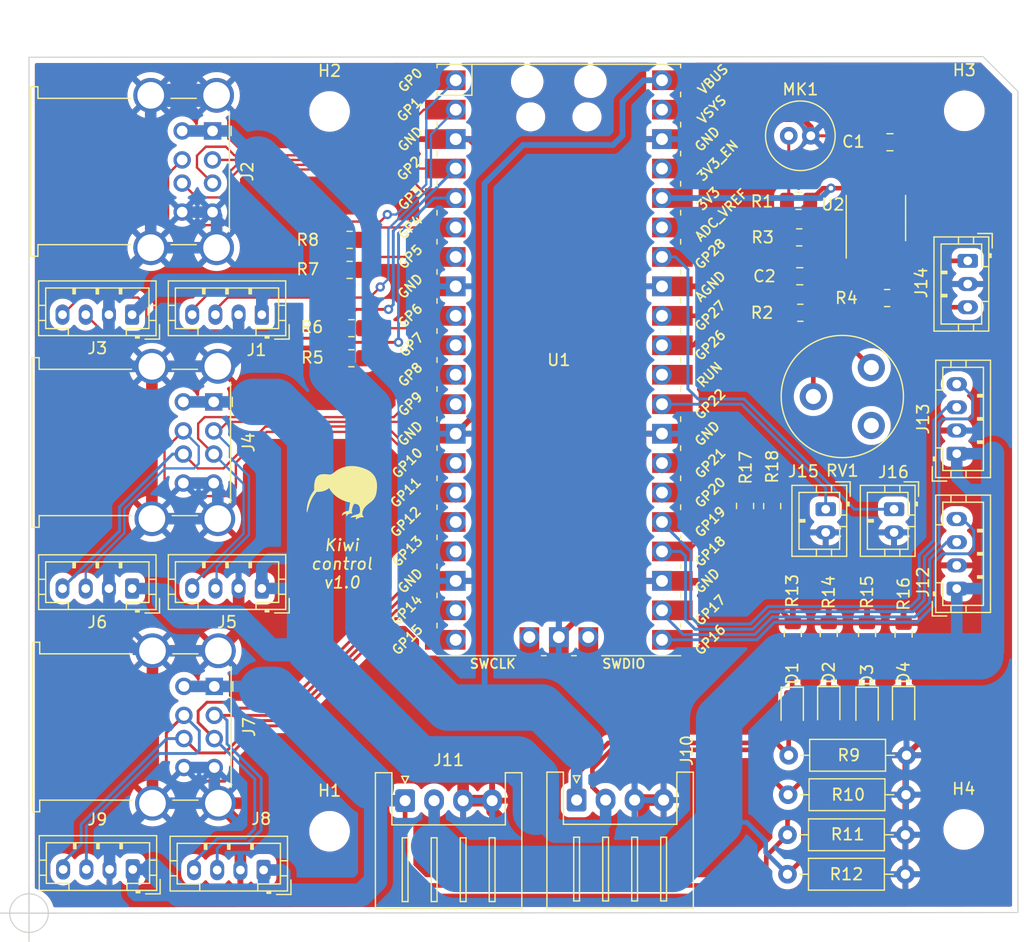
<source format=kicad_pcb>
(kicad_pcb (version 20211014) (generator pcbnew)
  (layers (0 "F.Cu" signal) (31 "B.Cu" signal) (34 "B.Paste" user) (35 "F.Paste" user) (36 "B.SilkS" user "B.Silkscreen") (37 "F.SilkS" user "F.Silkscreen") (38 "B.Mask" user) (39 "F.Mask" user) (44 "Edge.Cuts" user))
  (net 0 "")
  (net 1 "/GPIO1")
  (net 2 "+3.3V")
  (net 3 "/GPIO0")
  (net 4 "/GPIO3")
  (net 5 "/GPIO2")
  (net 6 "/GPIO7")
  (net 7 "Net-(C2-Pad1)")
  (net 8 "/GPIO6")
  (net 9 "/GPIO5")
  (net 10 "/GPIO4")
  (net 11 "/GPIO8")
  (net 12 "/GPIO9")
  (net 13 "/GPIO10")
  (net 14 "/GPIO11")
  (net 15 "/GPIO12")
  (net 16 "/GPIO13")
  (net 17 "/GPIO14")
  (net 18 "/GPIO15")
  (net 19 "/GPIO16")
  (net 20 "/GPIO17")
  (net 21 "Net-(C2-Pad2)")
  (net 22 "/GPIO18")
  (net 23 "/GPIO19")
  (net 24 "/GPIO20")
  (net 25 "/GPIO21")
  (net 26 "Net-(R2-Pad2)")
  (net 28 "Net-(R3-Pad1)")
  (net 29 "/GPIO26")
  (net 30 "/GPIO27")
  (net 34 "/GPIO28")
  (net 36 "/5V_B1")
  (net 39 "GND")
  (net 40 "/5V_B2")
  (net 41 "/5V_B3")
  (net 42 "/5V_B4")
  (net 44 "Net-(D1-Pad1)")
  (net 45 "Net-(D2-Pad1)")
  (net 46 "Net-(D3-Pad1)")
  (net 47 "Net-(D4-Pad1)")
  (net 48 "/GPIO22")
  (footprint "Connector_JST:JST_PH_B2B-PH-K_1x02_P2.00mm_Vertical" (layer "F.Cu") (at 162.0432 68.9516 -90)
    (fp_text reference "J15")
    (fp_text value "Conn_01x02" hide)
  )
  (footprint "Connector_JST:JST_PH_B4B-PH-K_1x04_P2.00mm_Vertical" (layer "F.Cu") (at 173.3384 75.7964 90)
    (fp_text reference "J12")
    (fp_text value "Conn_01x04")
  )
  (footprint "Resistor_THT:R_Axial_DIN0207_L6.3mm_D2.5mm_P10.16mm_Horizontal" (layer "F.Cu") (at 158.8008 93.5736)
    (fp_text reference "R10")
    (fp_text value "470" hide)
  )
  (footprint "Connector_USB:USB_A_Wuerth_61400826021_Horizontal_Stacked" (layer "F.Cu") (at 109.1912 36.3272 -90)
    (fp_text reference "J2")
    (fp_text value "USB_A_Stacked")
  )
  (footprint "Microphone:6mm-Microphone" (layer "F.Cu") (at 159.8578 36.7434)
    (fp_text reference "MK1")
    (fp_text value "Microphone_Condenser" hide)
  )
  (footprint "Connector_USB:USB_A_Wuerth_61400826021_Horizontal_Stacked" (layer "F.Cu") (at 109.2928 59.6952 -90)
    (fp_text reference "J4")
    (fp_text value "USB_A_Stacked")
  )
  (footprint "Resistor_SMD:R_0805_2012Metric_Pad1.20x1.40mm_HandSolder" (layer "F.Cu") (at 159.7054 42.3572 180)
    (fp_text reference "R1")
    (fp_text value "10k" hide)
  )
  (footprint "Resistor_SMD:R_0805_2012Metric_Pad1.20x1.40mm_HandSolder" (layer "F.Cu") (at 121.0056 45.72)
    (fp_text reference "R8")
    (fp_text value "4k7" hide)
  )
  (footprint "Resistor_SMD:R_0805_2012Metric_Pad1.20x1.40mm_HandSolder" (layer "F.Cu") (at 159.2072 79.7052 90)
    (fp_text reference "R13")
    (fp_text value "1k" hide)
  )
  (footprint "Package_SO:SO-8_3.9x4.9mm_P1.27mm" (layer "F.Cu") (at 166.37 43.8404 90)
    (fp_text reference "U2")
    (fp_text value "LM2904" hide)
  )
  (footprint "Connector_JST:JST_XH_S4B-XH-A_1x04_P2.50mm_Horizontal" (layer "F.Cu") (at 125.79 94.086)
    (fp_text reference "J11")
    (fp_text value "Conn_01x04")
  )
  (footprint "MountingHole:MountingHole_2.5mm" (layer "F.Cu") (at 173.99 34.5948)
    (fp_text reference "H3")
    (fp_text value "MountingHole")
  )
  (footprint "Resistor_SMD:R_0805_2012Metric_Pad1.20x1.40mm_HandSolder" (layer "F.Cu") (at 157.4292 68.6816 90)
    (fp_text reference "R18")
    (fp_text value "4k7" hide)
  )
  (footprint "LED_SMD:LED_0805_2012Metric_Pad1.15x1.40mm_HandSolder" (layer "F.Cu") (at 165.608 86.1568 -90)
    (fp_text reference "D3")
    (fp_text value "LED" hide)
  )
  (footprint "Connector_JST:JST_PH_B4B-PH-K_1x04_P2.00mm_Vertical" (layer "F.Cu") (at 113.5916 100.0672 180)
    (fp_text reference "J8")
    (fp_text value "Conn_01x04")
  )
  (footprint "Resistor_SMD:R_0805_2012Metric_Pad1.20x1.40mm_HandSolder" (layer "F.Cu") (at 167.3352 50.7392 180)
    (fp_text reference "R4")
    (fp_text value "10k")
  )
  (footprint "Resistor_SMD:R_0805_2012Metric_Pad1.20x1.40mm_HandSolder" (layer "F.Cu") (at 121.0056 48.3108)
    (fp_text reference "R7")
    (fp_text value "4k7" hide)
  )
  (footprint "Potentiometer_THT:Potentiometer_Piher_PT-10-V05_Vertical" (layer "F.Cu") (at 165.9744 56.732 180)
    (fp_text reference "RV1")
    (fp_text value "100k")
  )
  (footprint "Connector_JST:JST_XH_S4B-XH-A_1x04_P2.50mm_Horizontal" (layer "F.Cu") (at 140.5728 94.0352)
    (fp_text reference "J10")
    (fp_text value "Conn_01x04")
  )
  (footprint "LED_SMD:LED_0805_2012Metric_Pad1.15x1.40mm_HandSolder" (layer "F.Cu") (at 168.7576 86.106 -90)
    (fp_text reference "D4")
    (fp_text value "LED" hide)
  )
  (footprint "Connector_JST:JST_PH_B4B-PH-K_1x04_P2.00mm_Vertical" (layer "F.Cu") (at 113.4392 75.7848 180)
    (fp_text reference "J5")
    (fp_text value "Conn_01x04")
  )
  (footprint "LED_SMD:LED_0805_2012Metric_Pad1.15x1.40mm_HandSolder" (layer "F.Cu") (at 159.1564 86.1568 -90)
    (fp_text reference "D1")
    (fp_text value "LED" hide)
  )
  (footprint "Resistor_SMD:R_0805_2012Metric_Pad1.20x1.40mm_HandSolder" (layer "F.Cu") (at 121.158 55.9308)
    (fp_text reference "R5")
    (fp_text value "4k7" hide)
  )
  (footprint "LED_SMD:LED_0805_2012Metric_Pad1.15x1.40mm_HandSolder" (layer "F.Cu") (at 162.306 86.106 -90)
    (fp_text reference "D2")
    (fp_text value "LED" hide)
  )
  (footprint "Resistor_SMD:R_0805_2012Metric_Pad1.20x1.40mm_HandSolder" (layer "F.Cu") (at 159.7562 45.5068 180)
    (fp_text reference "R3")
    (fp_text value "10k")
  )
  (footprint "Resistor_THT:R_Axial_DIN0207_L6.3mm_D2.5mm_P10.16mm_Horizontal" (layer "F.Cu") (at 158.75 100.4316)
    (fp_text reference "R12")
    (fp_text value "470" hide)
  )
  (footprint "Capacitor_SMD:C_0805_2012Metric_Pad1.18x1.45mm_HandSolder" (layer "F.Cu") (at 167.5794 37.3022)
    (fp_text reference "C1")
    (fp_text value "1uF 25V" hide)
  )
  (footprint "Resistor_THT:R_Axial_DIN0207_L6.3mm_D2.5mm_P10.16mm_Horizontal" (layer "F.Cu") (at 158.8516 90.17)
    (fp_text reference "R9")
    (fp_text value "470" hide)
  )
  (footprint "Connector_JST:JST_PH_B4B-PH-K_1x04_P2.00mm_Vertical" (layer "F.Cu") (at 102.2604 52.1716 180)
    (fp_text reference "J3")
    (fp_text value "Conn_01x04")
  )
  (footprint "MountingHole:MountingHole_2.5mm" (layer "F.Cu") (at 119.2784 34.6456)
    (fp_text reference "H2")
    (fp_text value "MountingHole")
  )
  (footprint "MountingHole:MountingHole_2.5mm" (layer "F.Cu") (at 119.2784 96.7232)
    (fp_text reference "H1")
    (fp_text value "MountingHole")
  )
  (footprint "Connector_JST:JST_PH_B2B-PH-K_1x02_P2.00mm_Vertical" (layer "F.Cu") (at 167.936 68.9516 -90)
    (fp_text reference "J16")
    (fp_text value "Conn_01x02" hide)
  )
  (footprint "Resistor_SMD:R_0805_2012Metric_Pad1.20x1.40mm_HandSolder" (layer "F.Cu") (at 168.7576 79.756 90)
    (fp_text reference "R16")
    (fp_text value "1k" hide)
  )
  (footprint "MountingHole:MountingHole_2.5mm" (layer "F.Cu") (at 173.9392 96.5708)
    (fp_text reference "H4")
    (fp_text value "MountingHole")
  )
  (footprint "Resistor_SMD:R_0805_2012Metric_Pad1.20x1.40mm_HandSolder" (layer "F.Cu") (at 121.158 53.34)
    (fp_text reference "R6")
    (fp_text value "4k7" hide)
  )
  (footprint "Resistor_THT:R_Axial_DIN0207_L6.3mm_D2.5mm_P10.16mm_Horizontal" (layer "F.Cu") (at 158.75 97.028)
    (fp_text reference "R11")
    (fp_text value "470" hide)
  )
  (footprint "Capacitor_SMD:C_0805_2012Metric_Pad1.18x1.45mm_HandSolder" (layer "F.Cu") (at 159.807 48.8596)
    (fp_text reference "C2")
    (fp_text value "10uF" hide)
  )
  (footprint "Connector_JST:JST_PH_B3B-PH-K_1x03_P2.00mm_Vertical" (layer "F.Cu") (at 174.286 47.53 -90)
    (fp_text reference "J14")
    (fp_text value "Conn_01x03" hide)
  )
  (footprint "Resistor_SMD:R_0805_2012Metric_Pad1.20x1.40mm_HandSolder" (layer "F.Cu") (at 159.8578 52.0092)
    (fp_text reference "R2")
    (fp_text value "1k" hide)
  )
  (footprint "RP_Pico_devboard:RPi_Pico_SMD_TH" (layer "F.Cu") (at 139.0396 56.0832)
    (fp_text reference "U1")
    (fp_text value "Pico")
  )
  (footprint "Connector_JST:JST_PH_B4B-PH-K_1x04_P2.00mm_Vertical" (layer "F.Cu") (at 113.4364 52.1716 180)
    (fp_text reference "J1")
    (fp_text value "Conn_01x04")
  )
  (footprint "Resistor_SMD:R_0805_2012Metric_Pad1.20x1.40mm_HandSolder" (layer "F.Cu") (at 165.608 79.7052 90)
    (fp_text reference "R15")
    (fp_text value "1k" hide)
  )
  (footprint "Connector_JST:JST_PH_B4B-PH-K_1x04_P2.00mm_Vertical" (layer "F.Cu") (at 173.3384 64.1632 90)
    (fp_text reference "J13")
    (fp_text value "Conn_01x04")
  )
  (footprint "Connector_JST:JST_PH_B4B-PH-K_1x04_P2.00mm_Vertical" (layer "F.Cu") (at 102.2604 75.7936 180)
    (fp_text reference "J6")
    (fp_text value "Conn_01x04")
  )
  (footprint "Resistor_SMD:R_0805_2012Metric_Pad1.20x1.40mm_HandSolder" (layer "F.Cu") (at 155.0924 68.6656 90)
    (fp_text reference "R17")
    (fp_text value "4k7" hide)
  )
  (footprint "Connector_JST:JST_PH_B4B-PH-K_1x04_P2.00mm_Vertical" (layer "F.Cu") (at 102.314 100.0164 180)
    (fp_text reference "J9")
    (fp_text value "Conn_01x04")
  )
  (footprint "Resistor_SMD:R_0805_2012Metric_Pad1.20x1.40mm_HandSolder" (layer "F.Cu") (at 162.306 79.7052 90)
    (fp_text reference "R14")
    (fp_text value "1k" hide)
  )
  (footprint "Connector_USB:USB_A_Wuerth_61400826021_Horizontal_Stacked" (layer "F.Cu") (at 109.3436 84.2316 -90)
    (fp_text reference "J7")
    (fp_text value "USB_A_Stacked")
  )
  (gr_poly (pts (xy 121.3104 65.2272) (xy 121.399063 65.231935) (xy 121.494318 65.241364) (xy 121.595096 65.255411) (xy 121.700327 65.273998) (xy 121.808942 65.297047) (xy 121.91987 65.324481) (xy 122.032044 65.356222) (xy 122.144393 65.392193) (xy 122.255847 65.432317) (xy 122.365338 65.476515) (xy 122.471796 65.524711) (xy 122.574151 65.576827) (xy 122.671334 65.632786) (xy 122.762276 65.692509) (xy 122.845906 65.75592) (xy 122.921156 65.822941) (xy 122.989171 65.892757) (xy 123.052012 65.965044) (xy 123.109565 66.040233) (xy 123.161719 66.118754) (xy 123.20836 66.201039) (xy 123.249375 66.287518) (xy 123.284651 66.378622) (xy 123.314076 66.474782) (xy 123.337537 66.576429) (xy 123.35492 66.683994) (xy 123.366114 66.797907) (xy 123.371005 66.918599) (xy 123.369479 67.046501) (xy 123.361426 67.182045) (xy 123.34673 67.32566) (xy 123.325281 67.477778) (xy 123.313154 67.546525) (xy 123.299227 67.611638) (xy 123.283585 67.673268) (xy 123.266311 67.731568) (xy 123.247492 67.786693) (xy 123.227209 67.838794) (xy 123.205549 67.888025) (xy 123.182595 67.934539) (xy 123.158432 67.978489) (xy 123.133143 68.020028) (xy 123.106813 68.059309) (xy 123.079527 68.096485) (xy 123.051369 68.131709) (xy 123.022423 68.165134) (xy 122.962504 68.2272) (xy 122.462766 68.633663) (xy 122.408718 68.688578) (xy 122.359799 68.742386) (xy 122.315824 68.795161) (xy 122.276608 68.846977) (xy 122.241968 68.897907) (xy 122.211719 68.948025) (xy 122.185676 68.997405) (xy 122.163655 69.046122) (xy 122.145471 69.094248) (xy 122.130939 69.141857) (xy 122.119876 69.189024) (xy 122.112097 69.235821) (xy 122.107418 69.282324) (xy 122.105653 69.328605) (xy 122.106618 69.374738) (xy 122.110129 69.420798) (xy 122.111719 69.433026) (xy 122.113889 69.444684) (xy 122.116594 69.45579) (xy 122.119789 69.466364) (xy 122.123429 69.476422) (xy 122.127469 69.485984) (xy 122.131863 69.495067) (xy 122.136568 69.50369) (xy 122.141537 69.511872) (xy 122.146726 69.51963) (xy 122.15209 69.526984) (xy 122.157583 69.53395) (xy 122.163161 69.540548) (xy 122.168779 69.546796) (xy 122.179953 69.558315) (xy 122.190745 69.568654) (xy 122.200795 69.577958) (xy 122.209742 69.586374) (xy 122.217226 69.594049) (xy 122.220307 69.597654) (xy 122.222887 69.601129) (xy 122.224921 69.604492) (xy 122.226365 69.607761) (xy 122.227172 69.610955) (xy 122.227299 69.614092) (xy 122.226699 69.61719) (xy 122.225329 69.620267) (xy 122.222779 69.624085) (xy 122.219792 69.62753) (xy 122.216387 69.630619) (xy 122.212578 69.633371) (xy 122.208383 69.635804) (xy 122.203818 69.637937) (xy 122.193644 69.641372) (xy 122.182188 69.643824) (xy 122.169583 69.645437) (xy 122.155961 69.646356) (xy 122.141453 69.646729) (xy 122.11031 69.646416) (xy 122.077212 69.645661) (xy 122.043215 69.645632) (xy 122.02621 69.646253) (xy 122.009376 69.647493) (xy 121.991079 69.649611) (xy 121.972803 69.652397) (xy 121.954566 69.655812) (xy 121.93639 69.659815) (xy 121.900294 69.669429) (xy 121.864671 69.680923) (xy 121.829677 69.69398) (xy 121.795469 69.708282) (xy 121.762204 69.723513) (xy 121.730036 69.739356) (xy 121.699123 69.755495) (xy 121.66962 69.771611) (xy 121.615473 69.802512) (xy 121.568844 69.829524) (xy 121.548739 69.840779) (xy 121.530983 69.850111) (xy 121.532544 69.835531) (xy 121.534431 69.821027) (xy 121.539086 69.792222) (xy 121.544748 69.763642) (xy 121.551217 69.735236) (xy 121.558294 69.706951) (xy 121.565779 69.678735) (xy 121.581174 69.622305) (xy 121.518401 69.62496) (xy 121.455803 69.628512) (xy 121.3934 69.633214) (xy 121.331212 69.639321) (xy 121.269259 69.647085) (xy 121.20756 69.656762) (xy 121.146134 69.668605) (xy 121.085001 69.682868) (xy 121.095494 69.661666) (xy 121.10754 69.641742) (xy 121.121054 69.623038) (xy 121.135951 69.605497) (xy 121.152146 69.58906) (xy 121.169555 69.57367) (xy 121.188092 69.559269) (xy 121.207672 69.545799) (xy 121.249625 69.521421) (xy 121.294734 69.500074) (xy 121.342321 69.481296) (xy 121.391706 69.464623) (xy 121.442211 69.449592) (xy 121.493157 69.435743) (xy 121.593658 69.409734) (xy 121.641855 69.396651) (xy 121.687778 69.382897) (xy 121.730748 69.368011) (xy 121.770086 69.35153) (xy 121.793823 69.340239) (xy 121.807029 69.332463) (xy 121.82066 69.322603) (xy 121.834364 69.310159) (xy 121.847791 69.294635) (xy 121.860591 69.275532) (xy 121.872414 69.252351) (xy 121.882908 69.224595) (xy 121.891723 69.191766) (xy 121.898509 69.153366) (xy 121.902915 69.108896) (xy 121.904591 69.057858) (xy 121.903186 68.999754) (xy 121.898349 68.934087) (xy 121.889731 68.860357) (xy 121.883372 68.822726) (xy 121.875017 68.787695) (xy 121.86481 68.755173) (xy 121.852895 68.725069) (xy 121.839417 68.697288) (xy 121.82452 68.67174) (xy 121.808347 68.648332) (xy 121.791044 68.626972) (xy 121.772753 68.607567) (xy 121.753619 68.590026) (xy 121.733787 68.574255) (xy 121.7134 68.560164) (xy 121.692603 68.547659) (xy 121.671539 68.536648) (xy 121.650353 68.52704) (xy 121.629189 68.518741) (xy 121.608191 68.51166) (xy 121.587503 68.505704) (xy 121.547634 68.496799) (xy 121.510736 68.491289) (xy 121.477961 68.488436) (xy 121.450462 68.487501) (xy 121.429392 68.487747) (xy 121.411153 68.48883) (xy 121.394454 68.50776) (xy 121.378583 68.527885) (xy 121.363523 68.549108) (xy 121.349252 68.571331) (xy 121.335751 68.594459) (xy 121.323001 68.618393) (xy 121.299675 68.668296) (xy 121.279115 68.720266) (xy 121.261167 68.773526) (xy 121.245671 68.827304) (xy 121.232473 68.880823) (xy 121.221415 68.933309) (xy 121.21234 68.983987) (xy 121.205091 69.032082) (xy 121.199512 69.07682) (xy 121.192735 69.153122) (xy 121.190755 69.206697) (xy 121.190976 69.21059) (xy 121.191618 69.214324) (xy 121.192649 69.21791) (xy 121.194035 69.221358) (xy 121.195743 69.224678) (xy 121.197742 69.22788) (xy 121.199998 69.230976) (xy 121.202478 69.233975) (xy 121.20515 69.236887) (xy 121.207981 69.239724) (xy 121.21399 69.245211) (xy 121.226477 69.255731) (xy 121.232431 69.26093) (xy 121.237844 69.266199) (xy 121.240265 69.268885) (xy 121.242453 69.27162) (xy 121.244374 69.274415) (xy 121.245996 69.277278) (xy 121.247287 69.280222) (xy 121.248213 69.283255) (xy 121.248741 69.28639) (xy 121.24884 69.289635) (xy 121.248476 69.293001) (xy 121.247616 69.296499) (xy 121.246229 69.300139) (xy 121.24428 69.303931) (xy 121.241967 69.307403) (xy 121.239239 69.310539) (xy 121.236112 69.313355) (xy 121.232605 69.315868) (xy 121.228731 69.318096) (xy 121.224509 69.320055) (xy 121.215084 69.323236) (xy 121.20446 69.325548) (xy 121.192767 69.327127) (xy 121.180137 69.32811) (xy 121.166701 69.328633) (xy 121.107519 69.328856) (xy 121.092018 69.329127) (xy 121.076498 69.329756) (xy 121.061089 69.330881) (xy 121.045922 69.332638) (xy 121.021319 69.337057) (xy 120.997117 69.343209) (xy 120.973345 69.351066) (xy 120.950031 69.360599) (xy 120.927203 69.371779) (xy 120.904889 69.384578) (xy 120.883118 69.398967) (xy 120.861918 69.414917) (xy 120.841317 69.432399) (xy 120.821343 69.451385) (xy 120.802025 69.471845) (xy 120.78339 69.493752) (xy 120.765467 69.517076) (xy 120.748284 69.541788) (xy 120.73187 69.56786) (xy 120.716252 69.595263) (xy 120.714258 69.5632) (xy 120.712979 69.531173) (xy 120.712381 69.499168) (xy 120.712432 69.467169) (xy 120.713099 69.435162) (xy 120.71435 69.40313) (xy 120.716153 69.37106) (xy 120.718474 69.338935) (xy 120.662505 69.351668) (xy 120.63518 69.358355) (xy 120.608365 69.365478) (xy 120.582113 69.373204) (xy 120.556478 69.381701) (xy 120.531512 69.391136) (xy 120.507267 69.401675) (xy 120.483797 69.413486) (xy 120.461156 69.426736) (xy 120.450162 69.433953) (xy 120.439394 69.441592) (xy 120.428861 69.449675) (xy 120.418567 69.458221) (xy 120.40852 69.467253) (xy 120.398726 69.476791) (xy 120.389191 69.486856) (xy 120.379924 69.497468) (xy 120.370929 69.508649) (xy 120.362214 69.52042) (xy 120.353785 69.532801) (xy 120.34565 69.545813) (xy 120.343766 69.514334) (xy 120.344096 69.484325) (xy 120.346549 69.455749) (xy 120.351035 69.42857) (xy 120.357462 69.402752) (xy 120.365739 69.378259) (xy 120.375776 69.355053) (xy 120.387481 69.333099) (xy 120.400764 69.31236) (xy 120.415533 69.292799) (xy 120.431698 69.274381) (xy 120.449169 69.257069) (xy 120.467853 69.240827) (xy 120.48766 69.225618) (xy 120.508499 69.211406) (xy 120.530279 69.198154) (xy 120.5763 69.174386) (xy 120.624994 69.154024) (xy 120.675635 69.136775) (xy 120.727494 69.122349) (xy 120.779846 69.110455) (xy 120.831961 69.100802) (xy 120.883113 69.093098) (xy 120.932575 69.087052) (xy 121.045922 68.375482) (xy 120.91887 68.347545) (xy 120.797399 68.315852) (xy 120.681408 68.280709) (xy 120.570796 68.242419) (xy 120.465461 68.201287) (xy 120.365301 68.157618) (xy 120.270215 68.111715) (xy 120.180102 68.063884) (xy 120.09486 68.014428) (xy 120.014387 67.963652) (xy 119.938582 67.911862) (xy 119.867344 67.85936) (xy 119.80057 67.806451) (xy 119.73816 67.753441) (xy 119.680011 67.700633) (xy 119.626023 67.648331) (xy 119.576093 67.596841) (xy 119.53012 67.546466) (xy 119.44964 67.450282) (xy 119.38377 67.362213) (xy 119.331698 67.284695) (xy 119.292611 67.220164) (xy 119.265698 67.171055) (xy 119.245142 67.128846) (xy 119.198648 67.164894) (xy 119.151827 67.198236) (xy 119.104796 67.228974) (xy 119.057674 67.257211) (xy 119.010579 67.283049) (xy 118.963629 67.306591) (xy 118.916943 67.327939) (xy 118.870639 67.347195) (xy 118.824836 67.364462) (xy 118.779651 67.379842) (xy 118.735202 67.393438) (xy 118.691609 67.405352) (xy 118.64899 67.415686) (xy 118.607462 67.424543) (xy 118.528154 67.438236) (xy 118.454633 67.44725) (xy 118.387845 67.452403) (xy 118.328735 67.454516) (xy 118.27825 67.454407) (xy 118.206942 67.450803) (xy 118.181491 67.448145) (xy 118.130889 67.501393) (xy 118.082556 67.55588) (xy 117.992424 67.66816) (xy 117.910544 67.784156) (xy 117.836364 67.903037) (xy 117.769331 68.023974) (xy 117.708896 68.146139) (xy 117.654505 68.268701) (xy 117.605608 68.390832) (xy 117.561654 68.511702) (xy 117.522089 68.630481) (xy 117.453926 68.858451) (xy 117.346016 69.252815) (xy 117.339304 69.241785) (xy 117.333282 69.22993) (xy 117.327917 69.217328) (xy 117.32318 69.204055) (xy 117.319038 69.190189) (xy 117.315461 69.175806) (xy 117.312416 69.160984) (xy 117.309874 69.145799) (xy 117.30617 69.11465) (xy 117.3041 69.082976) (xy 117.303412 69.051392) (xy 117.303858 69.020517) (xy 117.305187 68.990965) (xy 117.307149 68.963354) (xy 117.311975 68.916418) (xy 117.318235 68.872952) (xy 117.327164 68.788578) (xy 117.338685 68.70577) (xy 117.352609 68.624599) (xy 117.368747 68.54514) (xy 117.386912 68.467464) (xy 117.406914 68.391647) (xy 117.428566 68.317759) (xy 117.451677 68.245874) (xy 117.476061 68.176066) (xy 117.501528 68.108407) (xy 117.527889 68.042971) (xy 117.554957 67.97983) (xy 117.582542 67.919057) (xy 117.610457 67.860725) (xy 117.666519 67.751678) (xy 117.721635 67.653272) (xy 117.774296 67.566092) (xy 117.822993 67.490722) (xy 117.86622 67.427746) (xy 117.930224 67.341311) (xy 117.95424 67.311461) (xy 117.951295 67.128845) (xy 119.245142 67.128845) (xy 119.245142 67.128846) (xy 119.245142 67.128845) (xy 117.951295 67.128845) (xy 117.947943 66.921042) (xy 117.963124 66.767687) (xy 117.984541 66.628459) (xy 117.997737 66.564029) (xy 118.012672 66.502994) (xy 118.029405 66.445307) (xy 118.047996 66.390923) (xy 118.068505 66.339797) (xy 118.090992 66.291882) (xy 118.115517 66.247132) (xy 118.14214 66.205503) (xy 118.170921 66.166948) (xy 118.201919 66.131421) (xy 118.235194 66.098876) (xy 118.270807 66.069268) (xy 118.308817 66.042552) (xy 118.349285 66.01868) (xy 118.392269 65.997608) (xy 118.43783 65.97929) (xy 118.486028 65.963679) (xy 118.536922 65.950731) (xy 118.590573 65.940398) (xy 118.647041 65.932637) (xy 118.706385 65.9274) (xy 118.768665 65.924642) (xy 118.902273 65.926379) (xy 119.048345 65.937484) (xy 119.20736 65.957588) (xy 119.240683 65.960219) (xy 119.272296 65.961071) (xy 119.302333 65.960213) (xy 119.330928 65.957711) (xy 119.358213 65.953631) (xy 119.384324 65.948041) (xy 119.409393 65.941008) (xy 119.433554 65.932597) (xy 119.456941 65.922877) (xy 119.479688 65.911915) (xy 119.501928 65.899776) (xy 119.523795 65.886528) (xy 119.566947 65.856973) (xy 119.610211 65.823784) (xy 119.701357 65.748646) (xy 119.751379 65.707767) (xy 119.805794 65.665395) (xy 119.86567 65.622065) (xy 119.932077 65.578312) (xy 119.968064 65.556444) (xy 120.006086 65.534671) (xy 120.046275 65.51306) (xy 120.088766 65.491678) (xy 120.174296 65.451211) (xy 120.25645 65.414711) (xy 120.33569 65.382011) (xy 120.412475 65.352945) (xy 120.487268 65.327348) (xy 120.56053 65.305053) (xy 120.632722 65.285894) (xy 120.704306 65.269706) (xy 120.775741 65.256321) (xy 120.84749 65.245575) (xy 120.920014 65.237301) (xy 120.993775 65.231333) (xy 121.069232 65.227505) (xy 121.146848 65.225651) (xy 121.227083 65.225604)) (layer "F.SilkS") (width 0) (fill solid))
  (gr_line (start 93.3704 103.7844) (end 178.6128 103.7336) (layer "Edge.Cuts") (width 0.1))
  (gr_line (start 175.6156 29.9212) (end 93.3704 29.972) (layer "Edge.Cuts") (width 0.1))
  (gr_line (start 93.3704 29.972) (end 93.3704 103.7844) (layer "Edge.Cuts") (width 0.1))
  (gr_line (start 178.6128 103.7336) (end 178.6128 32.9184) (layer "Edge.Cuts") (width 0.1))
  (gr_line (start 178.6128 32.9184) (end 175.6156 29.9212) (layer "Edge.Cuts") (width 0.1))
  (gr_text "Kiwi\ncontrol\nv1.0" (at 120.3452 73.66) (layer "F.SilkS") (effects (font (size 1 1) (thickness 0.15) italic)))
  (target plus (at 93.3704 103.7844) (size 5) (width 0.1) (layer "Edge.Cuts"))
  (segment (start 109.0836 52.112) (end 110.4972 50.6984) (width 0.2) (layer "F.Cu") (net 1))
  (segment (start 125.4252 37.7952) (end 124.3932 38.8272) (width 0.2) (layer "F.Cu") (net 1))
  (segment (start 118.5164 50.6984) (end 120.0056 49.2092) (width 0.2) (layer "F.Cu") (net 1))
  (segment (start 125.4252 36.4744) (end 125.4252 37.7952) (width 0.2) (layer "F.Cu") (net 1))
  (segment (start 127.4064 34.4932) (end 125.4252 36.4744) (width 0.2) (layer "F.Cu") (net 1))
  (segment (start 130.1496 34.4932) (end 127.4064 34.4932) (width 0.2) (layer "F.Cu") (net 1))
  (segment (start 110.4972 50.6984) (end 118.5164 50.6984) (width 0.2) (layer "F.Cu") (net 1))
  (segment (start 120.0056 49.2092) (end 120.0056 48.3108) (width 0.2) (layer "F.Cu") (net 1))
  (segment (start 118.5164 50.6984) (end 122.7328 50.6984) (width 0.2) (layer "F.Cu") (net 1))
  (segment (start 122.7328 50.6984) (end 123.6472 49.784) (width 0.2) (layer "F.Cu") (net 1))
  (segment (start 124.3932 38.8272) (end 109.1912 38.8272) (width 0.2) (layer "F.Cu") (net 1))
  (via (at 123.6472 49.784) (size 0.8) (drill 0.4) (layers "F.Cu" "B.Cu") (net 1))
  (segment (start 124.347 49.0842) (end 124.347 44.77476) (width 0.2) (layer "B.Cu") (net 1))
  (segment (start 124.347 44.77476) (end 128.016 41.10576) (width 0.2) (layer "B.Cu") (net 1))
  (segment (start 128.016 36.6268) (end 130.1496 34.4932) (width 0.2) (layer "B.Cu") (net 1))
  (segment (start 128.016 41.10576) (end 128.016 36.6268) (width 0.2) (layer "B.Cu") (net 1))
  (segment (start 123.6472 49.784) (end 124.347 49.0842) (width 0.2) (layer "B.Cu") (net 1))
  (segment (start 164.465 40.5638) (end 166.5419 38.4869) (width 0.4) (layer "F.Cu") (net 2))
  (segment (start 171.2788 47.53) (end 168.7068 44.958) (width 0.4) (layer "F.Cu") (net 2))
  (segment (start 168.7068 44.958) (end 167.5892 44.958) (width 0.4) (layer "F.Cu") (net 2))
  (segment (start 174.286 47.53) (end 171.2788 47.53) (width 0.4) (layer "F.Cu") (net 2))
  (segment (start 164.465 41.2654) (end 164.465 40.5638) (width 0.4) (layer "F.Cu") (net 2))
  (segment (start 158.7562 44.3064) (end 160.7054 42.3572) (width 0.4) (layer "F.Cu") (net 2))
  (segment (start 158.7562 45.5068) (end 158.7562 44.3064) (width 0.4) (layer "F.Cu") (net 2))
  (segment (start 166.5419 38.4869) (end 166.5419 37.3022) (width 0.4) (layer "F.Cu") (net 2))
  (segment (start 162.4934 41.2654) (end 164.465 41.2654) (width 0.4) (layer "F.Cu") (net 2))
  (segment (start 161.7972 41.2654) (end 162.4934 41.2654) (width 0.4) (layer "F.Cu") (net 2))
  (segment (start 167.5892 44.958) (end 164.465 41.8338) (width 0.4) (layer "F.Cu") (net 2))
  (segment (start 160.7054 42.3572) (end 161.7972 41.2654) (width 0.4) (layer "F.Cu") (net 2))
  (via (at 162.4934 41.2654) (size 0.8) (drill 0.4) (layers "F.Cu" "B.Cu") (net 2))
  (segment (start 161.6456 42.1132) (end 162.4934 41.2654) (width 0.5) (layer "B.Cu") (net 2))
  (segment (start 147.9296 42.1132) (end 161.6456 42.1132) (width 0.5) (layer "B.Cu") (net 2))
  (segment (start 123.6472 44.1452) (end 124.2568 43.5356) (width 0.2) (layer "F.Cu") (net 3))
  (segment (start 108.6104 37.6936) (end 109.8296 37.6936) (width 0.2) (layer "F.Cu") (net 3))
  (segment (start 110.3376 37.6936) (end 108.6104 37.6936) (width 0.2) (layer "F.Cu") (net 3))
  (segment (start 120.0056 45.72) (end 120.0056 45.0436) (width 0.2) (layer "F.Cu") (net 3))
  (segment (start 111.0712 38.4272) (end 110.3376 37.6936) (width 0.2) (layer "F.Cu") (net 3))
  (segment (start 109.1912 40.8272) (end 107.8484 39.4844) (width 0.2) (layer "F.Cu") (net 3))
  (segment (start 126.9492 34.384714) (end 124.968 36.365914) (width 0.2) (layer "F.Cu") (net 3))
  (segment (start 128.1176 31.9532) (end 126.9492 33.1216) (width 0.2) (layer "F.Cu") (net 3))
  (segment (start 120.0056 45.0436) (end 120.904 44.1452) (width 0.2) (layer "F.Cu") (net 3))
  (segment (start 118.6688 47.0568) (end 120.0056 45.72) (width 0.2) (layer "F.Cu") (net 3))
  (segment (start 108.9036 50.292) (end 117.3988 50.292) (width 0.2) (layer "F.Cu") (net 3))
  (segment (start 124.968 36.365914) (end 124.968 37.686714) (width 0.2) (layer "F.Cu") (net 3))
  (segment (start 107.0836 52.112) (end 108.9036 50.292) (width 0.2) (layer "F.Cu") (net 3))
  (segment (start 126.9492 33.1216) (end 126.9492 34.384714) (width 0.2) (layer "F.Cu") (net 3))
  (segment (start 110.3376 37.6936) (end 109.8296 37.6936) (width 0.2) (layer "F.Cu") (net 3))
  (segment (start 118.6688 49.022) (end 118.6688 47.0568) (width 0.2) (layer "F.Cu") (net 3))
  (segment (start 117.3988 50.292) (end 118.6688 49.022) (width 0.2) (layer "F.Cu") (net 3))
  (segment (start 124.227514 38.4272) (end 111.0712 38.4272) (width 0.2) (layer "F.Cu") (net 3))
  (segment (start 124.968 37.686714) (end 124.227514 38.4272) (width 0.2) (layer "F.Cu") (net 3))
  (segment (start 107.8484 39.4844) (end 107.8484 38.4556) (width 0.2) (layer "F.Cu") (net 3))
  (segment (start 107.8484 38.4556) (end 108.6104 37.6936) (width 0.2) (layer "F.Cu") (net 3))
  (segment (start 120.904 44.1452) (end 123.6472 44.1452) (width 0.2) (layer "F.Cu") (net 3))
  (via (at 124.2568 43.5356) (size 0.8) (drill 0.4) (layers "F.Cu" "B.Cu") (net 3))
  (segment (start 125.020474 43.5356) (end 127.616 40.940074) (width 0.2) (layer "B.Cu") (net 3))
  (segment (start 124.2568 43.5356) (end 125.020474 43.5356) (width 0.2) (layer "B.Cu") (net 3))
  (segment (start 127.616 34.4868) (end 130.1496 31.9532) (width 0.2) (layer "B.Cu") (net 3))
  (segment (start 127.616 40.940074) (end 127.616 34.4868) (width 0.2) (layer "B.Cu") (net 3))
  (segment (start 100.2924 54.2036) (end 99.3206 53.2318) (width 0.25) (layer "F.Cu") (net 4))
  (segment (start 125.446514 39.6522) (end 127.907514 42.1132) (width 0.2) (layer "F.Cu") (net 4))
  (segment (start 106.172 44.8056) (end 105.3592 43.9928) (width 0.2) (layer "F.Cu") (net 4))
  (segment (start 120.158 55.6608) (end 121.2596 54.5592) (width 0.25) (layer "F.Cu") (net 4))
  (segment (start 98.2604 52.1716) (end 99.3206 53.2318) (width 0.2) (layer "F.Cu") (net 4))
  (segment (start 108.204 44.45) (end 107.8484 44.8056) (width 0.2) (layer "F.Cu") (net 4))
  (segment (start 111.4778 39.6522) (end 125.446514 39.6522) (width 0.2) (layer "F.Cu") (net 4))
  (segment (start 111.4778 39.6522) (end 110.9408 40.1892) (width 0.2) (layer "F.Cu") (net 4))
  (segment (start 110.9408 40.1892) (end 110.9408 43.5928) (width 0.2) (layer "F.Cu") (net 4))
  (segment (start 121.2596 54.5592) (end 125.222 54.5592) (width 0.25) (layer "F.Cu") (net 4))
  (segment (start 105.3592 43.9928) (end 105.3592 40.0392) (width 0.2) (layer "F.Cu") (net 4))
  (segment (start 118.4308 54.2036) (end 100.2924 54.2036) (width 0.25) (layer "F.Cu") (net 4))
  (segment (start 110.9408 43.5928) (end 110.0836 44.45) (width 0.2) (layer "F.Cu") (net 4))
  (segment (start 120.158 55.9308) (end 118.4308 54.2036) (width 0.25) (layer "F.Cu") (net 4))
  (segment (start 110.0836 44.45) (end 108.204 44.45) (width 0.2) (layer "F.Cu") (net 4))
  (segment (start 105.3592 40.0392) (end 106.5712 38.8272) (width 0.2) (layer "F.Cu") (net 4))
  (segment (start 107.8484 44.8056) (end 106.172 44.8056) (width 0.2) (layer "F.Cu") (net 4))
  (via (at 125.222 54.5592) (size 0.8) (drill 0.4) (layers "F.Cu" "B.Cu") (net 4))
  (segment (start 125.222 54.5592) (end 125.222 45.1612) (width 0.25) (layer "B.Cu") (net 4))
  (segment (start 128.27 42.1132) (end 130.1496 42.1132) (width 0.25) (layer "B.Cu") (net 4))
  (segment (start 125.222 45.1612) (end 128.27 42.1132) (width 0.25) (layer "B.Cu") (net 4))
  (segment (start 120.158 53.1208) (end 121.5644 51.7144) (width 0.25) (layer "F.Cu") (net 5))
  (segment (start 125.9332 39.5732) (end 125.6122 39.2522) (width 0.2) (layer "F.Cu") (net 5))
  (segment (start 121.5644 51.7144) (end 124.3584 51.7144) (width 0.25) (layer "F.Cu") (net 5))
  (segment (start 102.7684 50.6984) (end 97.7336 50.6984) (width 0.2) (layer "F.Cu") (net 5))
  (segment (start 97.7336 50.6984) (end 96.2604 52.1716) (width 0.2) (layer "F.Cu") (net 5))
  (segment (start 104.394 53.5432) (end 103.4796 52.6288) (width 0.2) (layer "F.Cu") (net 5))
  (segment (start 104.394 53.5432) (end 119.9548 53.5432) (width 0.2) (layer "F.Cu") (net 5))
  (segment (start 111.2682 39.2522) (end 125.6122 39.2522) (width 0.2) (layer "F.Cu") (net 5))
  (segment (start 107.8064 42.0624) (end 109.8296 42.0624) (width 0.2) (layer "F.Cu") (net 5))
  (segment (start 103.4796 51.4096) (end 102.7684 50.6984) (width 0.2) (layer "F.Cu") (net 5))
  (segment (start 130.1496 39.5732) (end 125.9332 39.5732) (width 0.2) (layer "F.Cu") (net 5))
  (segment (start 110.5408 41.3512) (end 110.5408 39.9796) (width 0.2) (layer "F.Cu") (net 5))
  (segment (start 109.8296 42.0624) (end 110.5408 41.3512) (width 0.2) (layer "F.Cu") (net 5))
  (segment (start 103.4796 52.6288) (end 103.4796 51.4096) (width 0.2) (layer "F.Cu") (net 5))
  (segment (start 106.5712 40.8272) (end 107.8064 42.0624) (width 0.2) (layer "F.Cu") (net 5))
  (segment (start 110.5408 39.9796) (end 111.2682 39.2522) (width 0.2) (layer "F.Cu") (net 5))
  (via (at 124.3584 51.7144) (size 0.8) (drill 0.4) (layers "F.Cu" "B.Cu") (net 5))
  (segment (start 124.772 44.9508) (end 124.772 51.3008) (width 0.25) (layer "B.Cu") (net 5))
  (segment (start 130.1496 39.5732) (end 124.772 44.9508) (width 0.25) (layer "B.Cu") (net 5))
  (segment (start 124.772 51.3008) (end 124.3584 51.7144) (width 0.25) (layer "B.Cu") (net 5))
  (segment (start 126.2888 55.9308) (end 127.4064 54.8132) (width 0.25) (layer "F.Cu") (net 6))
  (segment (start 122.158 55.9308) (end 126.2888 55.9308) (width 0.25) (layer "F.Cu") (net 6))
  (segment (start 130.1496 54.8132) (end 127.5588 54.8132) (width 0.2) (layer "F.Cu") (net 6))
  (segment (start 127.4064 54.8132) (end 127.5588 54.8132) (width 0.25) (layer "F.Cu") (net 6))
  (segment (start 158.7054 42.3572) (end 158.7054 42.869) (width 0.4) (layer "F.Cu") (net 7))
  (segment (start 157.1752 47.2653) (end 158.7695 48.8596) (width 0.4) (layer "F.Cu") (net 7))
  (segment (start 158.7054 42.869) (end 157.1752 44.3992) (width 0.4) (layer "F.Cu") (net 7))
  (segment (start 157.1752 44.3992) (end 157.1752 47.2653) (width 0.4) (layer "F.Cu") (net 7))
  (segment (start 158.8578 42.2048) (end 158.8578 36.7434) (width 0.25) (layer "F.Cu") (net 7))
  (segment (start 127 52.2732) (end 125.9332 53.34) (width 0.2) (layer "F.Cu") (net 8))
  (segment (start 122.158 53.34) (end 125.9332 53.34) (width 0.2) (layer "F.Cu") (net 8))
  (segment (start 130.1496 52.2732) (end 127 52.2732) (width 0.2) (layer "F.Cu") (net 8))
  (segment (start 123.1232 47.1932) (end 130.1496 47.1932) (width 0.2) (layer "F.Cu") (net 9))
  (segment (start 122.0056 48.3108) (end 123.1232 47.1932) (width 0.2) (layer "F.Cu") (net 9))
  (segment (start 123.0724 44.6532) (end 130.1496 44.6532) (width 0.2) (layer "F.Cu") (net 10))
  (segment (start 122.0056 45.72) (end 123.0724 44.6532) (width 0.2) (layer "F.Cu") (net 10))
  (segment (start 107.95 62.8524) (end 109.2928 64.1952) (width 0.2) (layer "F.Cu") (net 11))
  (segment (start 108.5088 61.0108) (end 107.95 61.5696) (width 0.2) (layer "F.Cu") (net 11))
  (segment (start 107.95 61.5696) (end 107.95 62.8524) (width 0.2) (layer "F.Cu") (net 11))
  (segment (start 124.8156 61.0108) (end 108.5088 61.0108) (width 0.2) (layer "F.Cu") (net 11))
  (segment (start 125.5776 60.2488) (end 124.8156 61.0108) (width 0.2) (layer "F.Cu") (net 11))
  (segment (start 125.5776 59.5884) (end 125.5776 60.2488) (width 0.2) (layer "F.Cu") (net 11))
  (segment (start 127.8128 57.3532) (end 125.5776 59.5884) (width 0.2) (layer "F.Cu") (net 11))
  (segment (start 111.8616 66.764) (end 109.2928 64.1952) (width 0.2) (layer "B.Cu") (net 11))
  (segment (start 111.8616 71.0692) (end 111.8616 66.764) (width 0.2) (layer "B.Cu") (net 11))
  (segment (start 107.5436 75.3872) (end 111.8616 71.0692) (width 0.2) (layer "B.Cu") (net 11))
  (segment (start 125.2728 61.4172) (end 110.49 61.4172) (width 0.2) (layer "F.Cu") (net 12))
  (segment (start 126.7968 59.8932) (end 125.2728 61.4172) (width 0.2) (layer "F.Cu") (net 12))
  (segment (start 110.49 61.4172) (end 109.712 62.1952) (width 0.2) (layer "F.Cu") (net 12))
  (segment (start 130.1496 59.8932) (end 126.7968 59.8932) (width 0.2) (layer "F.Cu") (net 12))
  (segment (start 110.6932 64.4652) (end 110.6932 63.5956) (width 0.2) (layer "B.Cu") (net 12))
  (segment (start 112.3188 66.0908) (end 110.6932 64.4652) (width 0.2) (layer "B.Cu") (net 12))
  (segment (start 112.3188 71.177686) (end 112.3188 66.0908) (width 0.2) (layer "B.Cu") (net 12))
  (segment (start 109.5436 76.454) (end 109.5436 73.952886) (width 0.2) (layer "B.Cu") (net 12))
  (segment (start 110.6932 63.5956) (end 109.2928 62.1952) (width 0.2) (layer "B.Cu") (net 12))
  (segment (start 109.5436 73.952886) (end 112.3188 71.177686) (width 0.2) (layer "B.Cu") (net 12))
  (segment (start 110.1344 65.4304) (end 113.7476 61.8172) (width 0.2) (layer "F.Cu") (net 13))
  (segment (start 106.6728 64.1952) (end 107.908 65.4304) (width 0.2) (layer "F.Cu") (net 13))
  (segment (start 107.908 65.4304) (end 110.1344 65.4304) (width 0.2) (layer "F.Cu") (net 13))
  (segment (start 113.7476 61.8172) (end 124.1996 61.8172) (width 0.2) (layer "F.Cu") (net 13))
  (segment (start 130.1496 64.9732) (end 127.3556 64.9732) (width 0.2) (layer "F.Cu") (net 13))
  (segment (start 124.1996 61.8172) (end 127.3556 64.9732) (width 0.2) (layer "F.Cu") (net 13))
  (segment (start 101.175 70.82059) (end 101.175 68.759559) (width 0.25) (layer "B.Cu") (net 13))
  (segment (start 105.73936 64.1952) (end 106.6728 64.1952) (width 0.25) (layer "B.Cu") (net 13))
  (segment (start 101.175 68.759559) (end 105.73936 64.1952) (width 0.25) (layer "B.Cu") (net 13))
  (segment (start 96.2604 75.73519) (end 101.175 70.82059) (width 0.25) (layer "B.Cu") (net 13))
  (segment (start 110.49 67.818) (end 111.2012 67.1068) (width 0.2) (layer "F.Cu") (net 14))
  (segment (start 111.2012 64.929286) (end 113.849686 62.2808) (width 0.2) (layer "F.Cu") (net 14))
  (segment (start 111.2012 67.1068) (end 111.2012 64.929286) (width 0.2) (layer "F.Cu") (net 14))
  (segment (start 108.1532 68.1736) (end 108.5088 67.818) (width 0.2) (layer "F.Cu") (net 14))
  (segment (start 105.9688 68.1736) (end 108.1532 68.1736) (width 0.2) (layer "F.Cu") (net 14))
  (segment (start 105.0544 67.2592) (end 105.9688 68.1736) (width 0.2) (layer "F.Cu") (net 14))
  (segment (start 126.6952 67.2592) (end 126.9492 67.5132) (width 0.2) (layer "F.Cu") (net 14))
  (segment (start 105.0544 63.8136) (end 105.0544 67.2592) (width 0.2) (layer "F.Cu") (net 14))
  (segment (start 113.849686 62.2808) (end 124.0536 62.2808) (width 0.2) (layer "F.Cu") (net 14))
  (segment (start 126.6952 64.9224) (end 126.6952 67.2592) (width 0.2) (layer "F.Cu") (net 14))
  (segment (start 108.5088 67.818) (end 110.49 67.818) (width 0.2) (layer "F.Cu") (net 14))
  (segment (start 106.6728 62.1952) (end 105.0544 63.8136) (width 0.2) (layer "F.Cu") (net 14))
  (segment (start 126.9492 67.5132) (end 130.1496 67.5132) (width 0.2) (layer "F.Cu") (net 14))
  (segment (start 124.0536 62.2808) (end 126.6952 64.9224) (width 0.2) (layer "F.Cu") (net 14))
  (segment (start 98.2604 74.33623) (end 98.2604 75.7936) (width 0.2) (layer "B.Cu") (net 14))
  (segment (start 101.6 70.99663) (end 98.2604 74.33623) (width 0.2) (layer "B.Cu") (net 14))
  (segment (start 108.0008 63.5232) (end 106.6728 62.1952) (width 0.2) (layer "B.Cu") (net 14))
  (segment (start 105.1052 65.4304) (end 101.6 68.9356) (width 0.2) (layer "B.Cu") (net 14))
  (segment (start 101.6 68.9356) (end 101.6 70.99663) (width 0.2) (layer "B.Cu") (net 14))
  (segment (start 105.1052 65.4304) (end 107.5944 65.4304) (width 0.2) (layer "B.Cu") (net 14))
  (segment (start 108.0008 65.024) (end 108.0008 63.5232) (width 0.2) (layer "B.Cu") (net 14))
  (segment (start 107.5944 65.4304) (end 108.0008 65.024) (width 0.2) (layer "B.Cu") (net 14))
  (segment (start 111.4552 86.106) (end 111.4044 86.1568) (width 0.25) (layer "F.Cu") (net 15))
  (segment (start 112.4712 86.106) (end 110.744 86.106) (width 0.25) (layer "F.Cu") (net 15))
  (segment (start 128.6256 70.0532) (end 125.2728 73.406) (width 0.25) (layer "F.Cu") (net 15))
  (segment (start 112.4712 86.106) (end 111.4552 86.106) (width 0.25) (layer "F.Cu") (net 15))
  (segment (start 110.236 85.598) (end 108.712 85.598) (width 0.25) (layer "F.Cu") (net 15))
  (segment (start 108.712 85.598) (end 107.95 86.36) (width 0.25) (layer "F.Cu") (net 15))
  (segment (start 115.2652 86.106) (end 112.4712 86.106) (width 0.25) (layer "F.Cu") (net 15))
  (segment (start 110.744 86.106) (end 110.236 85.598) (width 0.25) (layer "F.Cu") (net 15))
  (segment (start 125.2728 73.406) (end 125.2728 76.0984) (width 0.25) (layer "F.Cu") (net 15))
  (segment (start 125.2728 76.0984) (end 115.2652 86.106) (width 0.25) (layer "F.Cu") (net 15))
  (segment (start 107.95 87.338) (end 109.3436 88.7316) (width 0.25) (layer "F.Cu") (net 15))
  (segment (start 107.95 86.36) (end 107.95 87.338) (width 0.25) (layer "F.Cu") (net 15))
  (segment (start 112.014 97.3328) (end 112.8268 96.52) (width 0.25) (layer "B.Cu") (net 15))
  (segment (start 109.6264 97.3328) (end 112.014 97.3328) (width 0.25) (layer "B.Cu") (net 15))
  (segment (start 112.8268 92.2148) (end 109.3436 88.7316) (width 0.25) (layer "B.Cu") (net 15))
  (segment (start 112.8268 96.52) (end 112.8268 92.2148) (width 0.25) (layer "B.Cu") (net 15))
  (segment (start 107.5916 99.3676) (end 109.6264 97.3328) (width 0.25) (layer "B.Cu") (net 15))
  (segment (start 109.3436 86.7316) (end 115.3508 86.7316) (width 0.25) (layer "F.Cu") (net 16))
  (segment (start 125.9332 73.4568) (end 126.7968 72.5932) (width 0.25) (layer "F.Cu") (net 16))
  (segment (start 126.7968 72.5932) (end 130.1496 72.5932) (width 0.25) (layer "F.Cu") (net 16))
  (segment (start 115.3508 86.7316) (end 125.9332 76.1492) (width 0.25) (layer "F.Cu") (net 16))
  (segment (start 125.9332 76.1492) (end 125.9332 73.4568) (width 0.25) (layer "F.Cu") (net 16))
  (segment (start 109.5916 98.224) (end 110.0328 97.7828) (width 0.25) (layer "B.Cu") (net 16))
  (segment (start 110.0328 97.7828) (end 112.200396 97.7828) (width 0.25) (layer "B.Cu") (net 16))
  (segment (start 109.5916 100.0672) (end 109.5916 98.224) (width 0.25) (layer "B.Cu") (net 16))
  (segment (start 113.3856 96.6216) (end 113.3856 92.137204) (width 0.25) (layer "B.Cu") (net 16))
  (segment (start 110.4392 89.190804) (end 110.4392 87.1728) (width 0.25) (layer "B.Cu") (net 16))
  (segment (start 110.4392 87.1728) (end 109.998 86.7316) (width 0.25) (layer "B.Cu") (net 16))
  (segment (start 113.1316 96.8756) (end 113.3856 96.6216) (width 0.25) (layer "B.Cu") (net 16))
  (segment (start 109.998 86.7316) (end 109.3436 86.7316) (width 0.25) (layer "B.Cu") (net 16))
  (segment (start 113.107596 96.8756) (end 113.1316 96.8756) (width 0.25) (layer "B.Cu") (net 16))
  (segment (start 113.3856 92.137204) (end 110.4392 89.190804) (width 0.25) (layer "B.Cu") (net 16))
  (segment (start 112.200396 97.7828) (end 113.107596 96.8756) (width 0.25) (layer "B.Cu") (net 16))
  (segment (start 107.9588 89.9668) (end 110.236 89.9668) (width 0.25) (layer "F.Cu") (net 17))
  (segment (start 113.0212 87.1816) (end 115.537196 87.1816) (width 0.25) (layer "F.Cu") (net 17))
  (segment (start 115.537196 87.1816) (end 125.045596 77.6732) (width 0.25) (layer "F.Cu") (net 17))
  (segment (start 110.236 89.9668) (end 113.0212 87.1816) (width 0.25) (layer "F.Cu") (net 17))
  (segment (start 106.7236 88.7316) (end 107.9588 89.9668) (width 0.25) (layer "F.Cu") (net 17))
  (segment (start 125.045596 77.6732) (end 130.1496 77.6732) (width 0.25) (layer "F.Cu") (net 17))
  (segment (start 105.246804 88.7316) (end 97.864 96.114404) (width 0.25) (layer "B.Cu") (net 17))
  (segment (start 106.7236 88.7316) (end 105.246804 88.7316) (width 0.25) (layer "B.Cu") (net 17))
  (segment (start 97.864 97.8408) (end 96.314 99.3908) (width 0.25) (layer "B.Cu") (net 17))
  (segment (start 97.864 96.114404) (end 97.864 97.8408) (width 0.25) (layer "B.Cu") (net 17))
  (segment (start 110.236 92.4052) (end 110.8456 91.7956) (width 0.25) (layer "F.Cu") (net 18))
  (segment (start 113.207596 87.6316) (end 115.723592 87.6316) (width 0.25) (layer "F.Cu") (net 18))
  (segment (start 124.970792 78.3844) (end 126.0856 78.3844) (width 0.25) (layer "F.Cu") (net 18))
  (segment (start 108.204 92.4052) (end 110.236 92.4052) (width 0.25) (layer "F.Cu") (net 18))
  (segment (start 126.0856 78.3844) (end 127.9144 80.2132) (width 0.25) (layer "F.Cu") (net 18))
  (segment (start 105.2068 92.1512) (end 105.918 92.8624) (width 0.25) (layer "F.Cu") (net 18))
  (segment (start 106.7236 86.7316) (end 105.2068 88.2484) (width 0.25) (layer "F.Cu") (net 18))
  (segment (start 107.7468 92.8624) (end 108.204 92.4052) (width 0.25) (layer "F.Cu") (net 18))
  (segment (start 115.723592 87.6316) (end 124.970792 78.3844) (width 0.25) (layer "F.Cu") (net 18))
  (segment (start 110.8456 91.7956) (end 110.8456 89.993596) (width 0.25) (layer "F.Cu") (net 18))
  (segment (start 110.8456 89.993596) (end 113.207596 87.6316) (width 0.25) (layer "F.Cu") (net 18))
  (segment (start 105.2068 88.2484) (end 105.2068 92.1512) (width 0.25) (layer "F.Cu") (net 18))
  (segment (start 105.918 92.8624) (end 107.7468 92.8624) (width 0.25) (layer "F.Cu") (net 18))
  (segment (start 108.0516 89.7128) (end 108.0516 88.0596) (width 0.25) (layer "B.Cu") (net 18))
  (segment (start 107.7468 90.0176) (end 108.0516 89.7128) (width 0.25) (layer "B.Cu") (net 18))
  (segment (start 98.314 96.3008) (end 104.5972 90.0176) (width 0.25) (layer "B.Cu") (net 18))
  (segment (start 98.314 100.0164) (end 98.314 96.3008) (width 0.25) (layer "B.Cu") (net 18))
  (segment (start 104.5972 90.0176) (end 107.7468 90.0176) (width 0.25) (layer "B.Cu") (net 18))
  (segment (start 108.0516 88.0596) (end 106.7236 86.7316) (width 0.25) (layer "B.Cu") (net 18))
  (segment (start 174.8028 72.4408) (end 174.8028 70.7644) (width 0.25) (layer "B.Cu") (net 19))
  (segment (start 174.8028 70.7644) (end 173.8348 69.7964) (width 0.25) (layer "B.Cu") (net 19))
  (segment (start 174.4472 72.7964) (end 174.8028 72.4408) (width 0.25) (layer "B.Cu") (net 19))
  (segment (start 171.45 73.4568) (end 172.1104 72.7964) (width 0.25) (layer "B.Cu") (net 19))
  (segment (start 156.1084 80.2132) (end 157.6324 78.6892) (width 0.25) (layer "B.Cu") (net 19))
  (segment (start 172.1104 72.7964) (end 174.4472 72.7964) (width 0.25) (layer "B.Cu") (net 19))
  (segment (start 147.9296 80.2132) (end 156.1084 80.2132) (width 0.25) (layer "B.Cu") (net 19))
  (segment (start 169.926 78.6892) (end 171.45 77.1652) (width 0.25) (layer "B.Cu") (net 19))
  (segment (start 157.6324 78.6892) (end 169.926 78.6892) (width 0.25) (layer "B.Cu") (net 19))
  (segment (start 171.45 77.1652) (end 171.45 73.4568) (width 0.25) (layer "B.Cu") (net 19))
  (segment (start 155.922004 79.7632) (end 149.7656 79.7632) (width 0.25) (layer "B.Cu") (net 20))
  (segment (start 169.739604 78.2392) (end 157.446004 78.2392) (width 0.25) (layer "B.Cu") (net 20))
  (segment (start 173.3384 71.7964) (end 172.474004 71.7964) (width 0.25) (layer "B.Cu") (net 20))
  (segment (start 149.7656 79.7632) (end 147.9296 77.9272) (width 0.25) (layer "B.Cu") (net 20))
  (segment (start 171 76.978804) (end 169.739604 78.2392) (width 0.25) (layer "B.Cu") (net 20))
  (segment (start 171 73.270404) (end 171 76.978804) (width 0.25) (layer "B.Cu") (net 20))
  (segment (start 157.446004 78.2392) (end 155.922004 79.7632) (width 0.25) (layer "B.Cu") (net 20))
  (segment (start 172.474004 71.7964) (end 171 73.270404) (width 0.25) (layer "B.Cu") (net 20))
  (segment (start 158.8578 51.6574) (end 160.8445 49.6707) (width 0.4) (layer "F.Cu") (net 21))
  (segment (start 160.8445 49.6707) (end 160.8445 48.8596) (width 0.4) (layer "F.Cu") (net 21))
  (segment (start 150.1648 72.5932) (end 151.8412 70.9168) (width 0.25) (layer "F.Cu") (net 22))
  (segment (start 156.194 70.9168) (end 157.4292 69.6816) (width 0.25) (layer "F.Cu") (net 22))
  (segment (start 151.8412 70.9168) (end 156.194 70.9168) (width 0.25) (layer "F.Cu") (net 22))
  (segment (start 170.55 76.792408) (end 170.55 73.084008) (width 0.25) (layer "B.Cu") (net 22))
  (segment (start 149.9616 72.9996) (end 149.9616 78.486) (width 0.25) (layer "B.Cu") (net 22))
  (segment (start 155.750008 79.2988) (end 157.259608 77.7892) (width 0.25) (layer "B.Cu") (net 22))
  (segment (start 149.5552 72.5932) (end 149.9616 72.9996) (width 0.25) (layer "B.Cu") (net 22))
  (segment (start 157.259608 77.7892) (end 169.553208 77.7892) (width 0.25) (layer "B.Cu") (net 22))
  (segment (start 147.9296 72.5932) (end 149.5552 72.5932) (width 0.25) (layer "B.Cu") (net 22))
  (segment (start 171.8056 61.468) (end 172.1104 61.1632) (width 0.25) (layer "B.Cu") (net 22))
  (segment (start 174.7012 60.96) (end 174.7012 59.2328) (width 0.25) (layer "B.Cu") (net 22))
  (segment (start 171.8056 71.828408) (end 171.8056 61.468) (width 0.25) (layer "B.Cu") (net 22))
  (segment (start 174.7012 59.2328) (end 173.6316 58.1632) (width 0.25) (layer "B.Cu") (net 22))
  (segment (start 169.553208 77.7892) (end 170.55 76.792408) (width 0.25) (layer "B.Cu") (net 22))
  (segment (start 150.7744 79.2988) (end 155.750008 79.2988) (width 0.25) (layer "B.Cu") (net 22))
  (segment (start 172.1104 61.1632) (end 174.498 61.1632) (width 0.25) (layer "B.Cu") (net 22))
  (segment (start 174.498 61.1632) (end 174.7012 60.96) (width 0.25) (layer "B.Cu") (net 22))
  (segment (start 170.55 73.084008) (end 171.8056 71.828408) (width 0.25) (layer "B.Cu") (net 22))
  (segment (start 149.9616 78.486) (end 150.7744 79.2988) (width 0.25) (layer "B.Cu") (net 22))
  (segment (start 147.9296 70.0532) (end 154.7048 70.0532) (width 0.25) (layer "F.Cu") (net 23))
  (segment (start 171.3556 71.642012) (end 170.1 72.897612) (width 0.25) (layer "B.Cu") (net 23))
  (segment (start 170.1 76.606012) (end 169.388412 77.3176) (width 0.25) (layer "B.Cu") (net 23))
  (segment (start 173.3384 60.1632) (end 172.474004 60.1632) (width 0.25) (layer "B.Cu") (net 23))
  (segment (start 171.3556 61.281604) (end 171.3556 71.642012) (width 0.25) (layer "B.Cu") (net 23))
  (segment (start 169.388412 77.3176) (end 169.0116 77.3176) (width 0.25) (layer "B.Cu") (net 23))
  (segment (start 155.563612 78.8488) (end 151.0356 78.8488) (width 0.25) (layer "B.Cu") (net 23))
  (segment (start 150.4116 72.586) (end 147.9296 70.104) (width 0.25) (layer "B.Cu") (net 23))
  (segment (start 168.99 77.3392) (end 157.073212 77.3392) (width 0.25) (layer "B.Cu") (net 23))
  (segment (start 170.1 72.897612) (end 170.1 76.606012) (width 0.25) (layer "B.Cu") (net 23))
  (segment (start 151.0356 78.8488) (end 150.4116 78.2248) (width 0.25) (layer "B.Cu") (net 23))
  (segment (start 150.4116 78.2248) (end 150.4116 72.586) (width 0.25) (layer "B.Cu") (net 23))
  (segment (start 172.474004 60.1632) (end 171.3556 61.281604) (width 0.25) (layer "B.Cu") (net 23))
  (segment (start 157.073212 77.3392) (end 155.563612 78.8488) (width 0.25) (layer "B.Cu") (net 23))
  (segment (start 169.0116 77.3176) (end 168.99 77.3392) (width 0.25) (layer "B.Cu") (net 23))
  (segment (start 154.94 67.5132) (end 147.9296 67.5132) (width 0.25) (layer "F.Cu") (net 24))
  (segment (start 152.1968 66.2432) (end 155.9908 66.2432) (width 0.25) (layer "F.Cu") (net 25))
  (segment (start 155.9908 66.2432) (end 157.4292 67.6816) (width 0.25) (layer "F.Cu") (net 25))
  (segment (start 147.9296 64.9732) (end 150.9268 64.9732) (width 0.25) (layer "F.Cu") (net 25))
  (segment (start 150.9268 64.9732) (end 152.1968 66.2432) (width 0.25) (layer "F.Cu") (net 25))
  (segment (start 165.735 46.4154) (end 165.735 45.2374) (width 0.4) (layer "F.Cu") (net 26))
  (segment (start 162.306 50.561) (end 160.8578 52.0092) (width 0.4) (layer "F.Cu") (net 26))
  (segment (start 162.306 45.5676) (end 162.306 50.561) (width 0.4) (layer "F.Cu") (net 26))
  (segment (start 165.735 45.2374) (end 164.846 44.3484) (width 0.4) (layer "F.Cu") (net 26))
  (segment (start 163.5252 44.3484) (end 162.306 45.5676) (width 0.4) (layer "F.Cu") (net 26))
  (segment (start 160.9744 52.1258) (end 160.9744 59.232) (width 0.4) (layer "F.Cu") (net 26))
  (segment (start 164.846 44.3484) (end 163.5252 44.3484) (width 0.4) (layer "F.Cu") (net 26))
  (segment (start 165.1508 43.688) (end 163.337072 43.688) (width 0.4) (layer "F.Cu") (net 28))
  (segment (start 167.005 46.4154) (end 167.005 45.5422) (width 0.4) (layer "F.Cu") (net 28))
  (segment (start 167.005 45.5422) (end 165.1508 43.688) (width 0.4) (layer "F.Cu") (net 28))
  (segment (start 167.005 50.0694) (end 166.3352 50.7392) (width 0.25) (layer "F.Cu") (net 28))
  (segment (start 167.005 46.4154) (end 167.005 50.0694) (width 0.25) (layer "F.Cu") (net 28))
  (segment (start 161.518272 45.5068) (end 160.7562 45.5068) (width 0.4) (layer "F.Cu") (net 28))
  (segment (start 163.337072 43.688) (end 161.518272 45.5068) (width 0.4) (layer "F.Cu") (net 28))
  (segment (start 161.995728 61.9664) (end 159.5532 61.9664) (width 0.4) (layer "F.Cu") (net 29))
  (segment (start 158.2008 60.614) (end 158.2008 55.061728) (width 0.4) (layer "F.Cu") (net 29))
  (segment (start 166.6748 59.3344) (end 164.627728 59.3344) (width 0.4) (layer "F.Cu") (net 29))
  (segment (start 152.562 52.8732) (end 150.622 54.8132) (width 0.4) (layer "F.Cu") (net 29))
  (segment (start 170.72 51.53) (end 168.2496 54.0004) (width 0.4) (layer "F.Cu") (net 29))
  (segment (start 150.622 54.8132) (end 147.9296 54.8132) (width 0.4) (layer "F.Cu") (net 29))
  (segment (start 156.012272 52.8732) (end 152.562 52.8732) (width 0.4) (layer "F.Cu") (net 29))
  (segment (start 159.5532 61.9664) (end 158.2008 60.614) (width 0.4) (layer "F.Cu") (net 29))
  (segment (start 164.627728 59.3344) (end 161.995728 61.9664) (width 0.4) (layer "F.Cu") (net 29))
  (segment (start 174.286 51.53) (end 170.72 51.53) (width 0.4) (layer "F.Cu") (net 29))
  (segment (start 168.2496 57.7596) (end 166.6748 59.3344) (width 0.4) (layer "F.Cu") (net 29))
  (segment (start 168.2496 54.0004) (end 168.2496 57.7596) (width 0.4) (layer "F.Cu") (net 29))
  (segment (start 158.2008 55.061728) (end 156.012272 52.8732) (width 0.4) (layer "F.Cu") (net 29))
  (segment (start 156.2608 52.2732) (end 158.8008 54.8132) (width 0.4) (layer "F.Cu") (net 30))
  (segment (start 158.8008 60.3504) (end 159.8168 61.3664) (width 0.4) (layer "F.Cu") (net 30))
  (segment (start 158.8008 54.8132) (end 158.8008 60.3504) (width 0.4) (layer "F.Cu") (net 30))
  (segment (start 163.0172 48.0568) (end 164.465 46.609) (width 0.4) (layer "F.Cu") (net 30))
  (segment (start 163.0172 53.7748) (end 163.0172 53.7464) (width 0.4) (layer "F.Cu") (net 30))
  (segment (start 159.8168 61.3664) (end 161.7472 61.3664) (width 0.4) (layer "F.Cu") (net 30))
  (segment (start 161.7472 61.3664) (end 163.0172 60.0964) (width 0.4) (layer "F.Cu") (net 30))
  (segment (start 165.9744 56.732) (end 163.0172 53.7748) (width 0.4) (layer "F.Cu") (net 30))
  (segment (start 163.0172 53.7464) (end 163.0172 48.0568) (width 0.4) (layer "F.Cu") (net 30))
  (segment (start 147.9296 52.2732) (end 156.2608 52.2732) (width 0.4) (layer "F.Cu") (net 30))
  (segment (start 163.0172 60.0964) (end 163.0172 53.7464) (width 0.4) (layer "F.Cu") (net 30))
  (segment (start 149.098 47.1932) (end 147.9296 47.1932) (width 0.25) (layer "B.Cu") (net 34))
  (segment (start 150.1648 58.5724) (end 150.1648 48.26) (width 0.25) (layer "B.Cu") (net 34))
  (segment (start 154.998 59.4432) (end 151.0356 59.4432) (width 0.25) (layer "B.Cu") (net 34))
  (segment (start 164.5064 68.9516) (end 154.998 59.4432) (width 0.25) (layer "B.Cu") (net 34))
  (segment (start 151.0356 59.4432) (end 150.1648 58.5724) (width 0.25) (layer "B.Cu") (net 34))
  (segment (start 150.1648 48.26) (end 149.098 47.1932) (width 0.25) (layer "B.Cu") (net 34))
  (segment (start 167.936 68.9516) (end 164.5064 68.9516) (width 0.25) (layer "B.Cu") (net 34))
  (segment (start 157.7848 89.1032) (end 158.8516 90.17) (width 0.4) (layer "F.Cu") (net 36))
  (segment (start 143.3068 89.1032) (end 157.7848 89.1032) (width 0.4) (layer "F.Cu") (net 36))
  (segment (start 140.5728 91.8372) (end 143.3068 89.1032) (width 0.4) (layer "F.Cu") (net 36))
  (segment (start 158.8516 90.17) (end 158.8516 87.4866) (width 0.4) (layer "F.Cu") (net 36))
  (segment (start 140.5728 94.0352) (end 140.5728 91.8372) (width 0.4) (layer "F.Cu") (net 36))
  (segment (start 122.6312 79.1972) (end 129.4892 86.0552) (width 4) (layer "B.Cu") (net 36))
  (segment (start 119.5324 57.15) (end 122.6312 60.2488) (width 4) (layer "B.Cu") (net 36))
  (segment (start 122.6312 60.2488) (end 122.6312 79.1972) (width 4) (layer "B.Cu") (net 36))
  (segment (start 110.6476 36.3272) (end 113.1062 38.7858) (width 1) (layer "B.Cu") (net 36))
  (segment (start 109.1912 36.3272) (end 110.6476 36.3272) (width 1) (layer "B.Cu") (net 36))
  (segment (start 106.5712 36.3272) (end 109.1912 36.3272) (width 1) (layer "B.Cu") (net 36))
  (segment (start 113.4364 52.1716) (end 113.4364 50.6984) (width 1) (layer "B.Cu") (net 36))
  (segment (start 144.526 36.7284) (end 144.526 33.782) (width 0.5) (layer "B.Cu") (net 36))
  (segment (start 102.2604 52.1716) (end 104.8004 49.6316) (width 1) (layer "B.Cu") (net 36))
  (segment (start 119.5324 45.212) (end 113.1062 38.7858) (width 4) (layer "B.Cu") (net 36))
  (segment (start 140.5728 94.0352) (end 140.5728 89.7544) (width 1) (layer "B.Cu") (net 36))
  (segment (start 132.6388 86.0552) (end 132.6388 40.856769) (width 0.5) (layer "B.Cu") (net 36))
  (segment (start 114.1984 39.878) (end 119.5324 45.212) (width 4) (layer "B.Cu") (net 36))
  (segment (start 146.3548 31.9532) (end 147.9296 31.9532) (width 0.5) (layer "B.Cu") (net 36))
  (segment (start 119.5324 45.212) (end 119.5324 49.6316) (width 4) (layer "B.Cu") (net 36))
  (segment (start 113.4364 50.6984) (end 114.5032 49.6316) (width 1) (layer "B.Cu") (net 36))
  (segment (start 119.5324 49.6316) (end 119.5324 52.2732) (width 4) (layer "B.Cu") (net 36))
  (segment (start 132.6388 40.856769) (end 135.954369 37.5412) (width 0.5) (layer "B.Cu") (net 36))
  (segment (start 129.4892 86.0552) (end 132.6388 86.0552) (width 4) (layer "B.Cu") (net 36))
  (segment (start 137.5664 86.0552) (end 140.9192 89.408) (width 4) (layer "B.Cu") (net 36))
  (segment (start 144.526 33.782) (end 146.3548 31.9532) (width 0.5) (layer "B.Cu") (net 36))
  (segment (start 119.5324 52.2732) (end 119.5324 57.15) (width 4) (layer "B.Cu") (net 36))
  (segment (start 104.8004 49.6316) (end 114.5032 49.6316) (width 2) (layer "B.Cu") (net 36))
  (segment (start 135.954369 37.5412) (end 143.7132 37.5412) (width 0.5) (layer "B.Cu") (net 36))
  (segment (start 114.5032 49.6316) (end 119.5324 49.6316) (width 2) (layer "B.Cu") (net 36))
  (segment (start 143.7132 37.5412) (end 144.526 36.7284) (width 0.5) (layer "B.Cu") (net 36))
  (segment (start 119.3712 52.112) (end 119.5324 52.2732) (width 2) (layer "B.Cu") (net 36))
  (segment (start 132.6388 86.0552) (end 137.5664 86.0552) (width 4) (layer "B.Cu") (net 36))
  (segment (start 140.5728 89.7544) (end 140.9192 89.408) (width 1) (layer "B.Cu") (net 36))
  (segment (start 168.6169 36.5877) (end 168.6169 37.3022) (width 0.25) (layer "F.Cu") (net 39))
  (segment (start 136.3472 75.1332) (end 139.0396 77.8256) (width 0.5) (layer "F.Cu") (net 39))
  (segment (start 132.8928 84.6328) (end 121.2088 84.6328) (width 1) (layer "F.Cu") (net 39))
  (segment (start 145.3896 97.1296) (end 146.3592 96.16) (width 1) (layer "F.Cu") (net 39))
  (segment (start 111.5916 100.0672) (end 111.5916 96.1996) (width 1) (layer "F.Cu") (net 39))
  (segment (start 169.2844 49.53) (end 174.286 49.53) (width 0.4) (layer "F.Cu") (net 39))
  (segment (start 111.4392 79.416) (end 109.6936 81.1616) (width 1) (layer "F.Cu") (net 39))
  (segment (start 162.0432 70.9516) (end 169.7388 70.9516) (width 0.25) (layer "F.Cu") (net 39))
  (segment (start 111.5916 96.1996) (end 109.6936 94.3016) (width 1) (layer "F.Cu") (net 39))
  (segment (start 147.9296 37.0332) (end 146.2024 37.0332) (width 0.5) (layer "F.Cu") (net 39))
  (segment (start 146.304 62.4332) (end 147.9296 62.4332) (width 0.5) (layer "F.Cu") (net 39))
  (segment (start 133.29 94.9868) (end 135.4328 97.1296) (width 1) (layer "F.Cu") (net 39))
  (segment (start 160.0708 35.306) (end 160.7578 35.993) (width 0.5) (layer "F.Cu") (net 39))
  (segment (start 144.2212 60.3504) (end 146.304 62.4332) (width 0.5) (layer "F.Cu") (net 39))
  (segment (start 114.266 94.3016) (end 109.6936 94.3016) (width 1) (layer "F.Cu") (net 39))
  (segment (start 130.1496 37.0332) (end 131.318 37.0332) (width 0.5) (layer "F.Cu") (net 39))
  (segment (start 139.0396 77.8256) (end 139.0396 79.9832) (width 0.5) (layer "F.Cu") (net 39))
  (segment (start 130.79 86.7356) (end 132.8928 84.6328) (width 1) (layer "F.Cu") (net 39))
  (segment (start 143.1544 59.2836) (end 144.2212 60.3504) (width 0.5) (layer "F.Cu") (net 39))
  (segment (start 168.91 100.4316) (end 168.91 90.2716) (width 0.5) (layer "F.Cu") (net 39))
  (segment (start 143.8896 75.1332) (end 139.0396 79.9832) (width 0.5) (layer "F.Cu") (net 39))
  (segment (start 114.266 94.3016) (end 114.8248 93.7428) (width 1) (layer "F.Cu") (net 39))
  (segment (start 160.7578 35.993) (end 160.7578 36.7434) (width 0.5) (layer "F.Cu") (net 39))
  (segment (start 139.0396 83.8708) (end 138.2776 84.6328) (width 1) (layer "F.Cu") (net 39))
  (segment (start 121.2088 84.6328) (end 116.3996 89.442) (width 1) (layer "F.Cu") (net 39))
  (segment (start 130.79 94.086) (end 131.7288 94.086) (width 1) (layer "F.Cu") (net 39))
  (segment (start 170.8564 62.1632) (end 173.3384 62.1632) (width 0.5) (layer "F.Cu") (net 39))
  (segment (start 168.7576 78.756) (end 168.7576 75.1332) (width 0.5) (layer "F.Cu") (net 39))
  (segment (start 140.2588 97.1296) (end 145.3896 97.1296) (width 1) (layer "F.Cu") (net 39))
  (segment (start 168.3352 48.5808) (end 169.2844 49.53) (width 0.4) (layer "F.Cu") (net 39))
  (segment (start 168.7576 78.756) (end 159.258 78.756) (width 0.4) (layer "F.Cu") (net 39))
  (segment (start 139.0396 79.9832) (end 139.0396 83.8708) (width 1) (layer "F.Cu") (net 39))
  (segment (start 168.3352 50.7392) (end 168.3352 48.5808) (width 0.4) (layer "F.Cu") (net 39))
  (segment (start 176.6824 48.4124) (end 176.6824 49.276) (width 0.4) (layer "F.Cu") (net 39))
  (segment (start 168.275 39.9034) (end 168.6169 39.5615) (width 0.25) (layer "F.Cu") (net 39))
  (segment (start 134.1628 58.42) (end 130.1496 62.4332) (width 0.5) (layer "F.Cu") (net 39))
  (segment (start 170.0944 71.3072) (end 170.0944 62.9252) (width 0.5) (layer "F.Cu") (net 39))
  (segment (start 167.4368 35.4076) (end 168.6169 36.5877) (width 0.25) (layer "F.Cu") (net 39))
  (segment (start 147.9296 75.1332) (end 144.8816 75.1332) (width 0.5) (layer "F.Cu") (net 39))
  (segment (start 170.0944 62.9252) (end 170.8564 62.1632) (width 0.5) (layer "F.Cu") (net 39))
  (segment (start 170.0944 73.7964) (end 173.3384 73.7964) (width 0.5) (layer "F.Cu") (net 39))
  (segment (start 144.8816 61.0108) (end 144.2212 60.3504) (width 0.5) (layer "F.Cu") (net 39))
  (segment (start 168.7576 78.756) (end 170.5516 78.756) (width 0.5) (layer "F.Cu") (net 39))
  (segment (start 170.5516 78.756) (end 172.0088 80.2132) (width 0.5) (layer "F.Cu") (net 39))
  (segment (start 131.318 37.0332) (end 134.1628 39.878) (width 0.5) (layer "F.Cu") (net 39))
  (segment (start 168.3352 48.5808) (end 168.3352 46.4756) (width 0.4) (layer "F.Cu") (net 39))
  (segment (start 154.9908 37.0332) (end 156.718 35.306) (width 0.5) (layer "F.Cu") (net 39))
  (segment (start 176.4284 49.53) (end 174.286 49.53) (width 0.4) (layer "F.Cu") (net 39))
  (segment (start 168.6169 39.5615) (end 168.6169 37.3022) (width 0.25) (layer "F.Cu") (net 39))
  (segment (start 159.2072 78.7052) (end 155.8384 75.3364) (width 0.4) (layer "F.Cu") (net 39))
  (segment (start 131.7288 94.086) (end 132.5836 94.086) (width 1) (layer "F.Cu") (net 39))
  (segment (start 144.8816 75.1332) (end 144.8816 61.0108) (width 0.5) (layer "F.Cu") (net 39))
  (segment (start 168.275 41.2654) (end 174.463 41.2654) (width 0.4) (layer "F.Cu") (net 39))
  (segment (start 130.79 94.086) (end 130.79 86.7356) (width 1) (layer "F.Cu") (net 39))
  (segment (start 145.5728 94.0352) (end 146.3592 94.0352) (width 1) (layer "F.Cu") (net 39))
  (segment (start 133.29 94.086) (end 133.29 94.9868) (width 1) (layer "F.Cu") (net 39))
  (segment (start 168.7576 75.1332) (end 170.0944 73.7964) (width 0.5) (layer "F.Cu") (net 39))
  (segment (start 155.8384 75.3364) (end 148.1328 75.3364) (width 0.4) (layer "F.Cu") (net 39))
  (segment (start 146.2024 37.0332) (end 143.1544 40.0812) (width 0.5) (layer "F.Cu") (net 39))
  (segment (start 103.9628 69.7652) (end 103.9628 56.6252) (width 1) (layer "F.Cu") (net 39))
  (segment (start 132.5836 94.086) (end 133.29 94.086) (width 1) (layer "F.Cu") (net 39))
  (segment (start 156.718 35.306) (end 160.0708 35.306) (width 0.5) (layer "F.Cu") (net 39))
  (segment (start 144.8816 75.1332) (end 143.8896 75.1332) (width 0.5) (layer "F.Cu") (net 39))
  (segment (start 176.6824 43.4848) (end 176.6824 48.4124) (width 0.4) (layer "F.Cu") (net 39))
  (segment (start 163.0022 36.7434) (end 164.338 35.4076) (width 0.25) (layer "F.Cu") (net 39))
  (segment (start 167.005 41.2654) (end 168.275 41.2654) (width 0.25) (layer "F.Cu") (net 39))
  (segment (start 130.1496 49.7332) (end 147.9296 49.7332) (width 0.5) (layer "F.Cu") (net 39))
  (segment (start 172.0088 87.1728) (end 169.0116 90.17) (width 0.5) (layer "F.Cu") (net 39))
  (segment (start 160.7578 36.7434) (end 163.0022 36.7434) (width 0.25) (layer "F.Cu") (net 39))
  (segment (start 176.6824 48.4124) (end 176.6824 60.6552) (width 0.4) (layer "F.Cu") (net 39))
  (segment (start 116.3996 92.168) (end 114.8248 93.7428) (width 1) (layer "F.Cu") (net 39))
  (segment (start 130.1496 75.1332) (end 136.3472 75.1332) (width 0.5) (layer "F.Cu") (net 39))
  (segment (start 136.1948 84.6328) (end 132.8928 84.6328) (width 1) (layer "F.Cu") (net 39))
  (segment (start 173.3384 62.1632) (end 175.1744 62.1632) (width 0.4) (layer "F.Cu") (net 39))
  (segment (start 147.9296 37.0332) (end 154.9908 37.0332) (width 0.5) (layer "F.Cu") (net 39))
  (segment (start 146.3592 96.16) (end 146.3592 94.0352) (width 1) (layer "F.Cu") (net 39))
  (segment (start 176.6824 49.276) (end 176.4284 49.53) (width 0.4) (layer "F.Cu") (net 39))
  (segment (start 104.0136 94.3016) (end 104.0136 81.1616) (width 1) (layer "F.Cu") (net 39))
  (segment (start 164.338 35.4076) (end 167.4368 35.4076) (width 0.25) (layer "F.Cu") (net 39))
  (segment (start 143.1544 40.0812) (end 143.1544 59.2836) (width 0.5) (layer "F.Cu") (net 39))
  (segment (start 116.3996 89.442) (end 116.3996 92.168) (width 1) (layer "F.Cu") (net 39))
  (segment (start 138.2776 84.6328) (end 136.1948 84.6328) (width 1) (layer "F.Cu") (net 39))
  (segment (start 134.1628 39.878) (end 134.1628 58.42) (width 0.5) (layer "F.Cu") (net 39))
  (segment (start 170.0944 73.7964) (end 170.0944 71.3072) (width 0.5) (layer "F.Cu") (net 39))
  (segment (start 172.0088 80.2132) (end 172.0088 87.1728) (width 0.5) (layer "F.Cu") (net 39))
  (segment (start 111.4392 75.7848) (end 111.4392 79.416) (width 1) (layer "F.Cu") (net 39))
  (segment (start 135.4328 97.1296) (end 140.2588 97.1296) (width 1) (layer "F.Cu") (net 39))
  (segment (start 168.275 41.2654) (end 168.275 39.9034) (width 0.25) (layer "F.Cu") (net 39))
  (segment (start 169.7388 70.9516) (end 170.0944 71.3072) (width 0.25) (layer "F.Cu") (net 39))
  (segment (start 146.3592 94.0352) (end 148.0728 94.0352) (width 1) (layer "F.Cu") (net 39))
  (segment (start 174.463 41.2654) (end 176.6824 43.4848) (width 0.4) (layer "F.Cu") (net 39))
  (segment (start 175.1744 62.1632) (end 176.6824 60.6552) (width 0.4) (layer "F.Cu") (net 39))
  (segment (start 109.6428 67.0452) (end 109.2928 66.6952) (width 1) (layer "B.Cu") (net 39))
  (segment (start 102.142 56.6252) (end 103.9628 56.6252) (width 1) (layer "B.Cu") (net 39))
  (segment (start 109.6428 56.6252) (end 107.662 56.6252) (width 1) (layer "B.Cu") (net 39))
  (segment (start 103.9628 69.7652) (end 109.6428 69.7652) (width 1) (layer "B.Cu") (net 39))
  (segment (start 111.4364 55.7972) (end 111.4364 52.1716) (width 1) (layer "B.Cu") (net 39))
  (segment (start 109.6428 69.7652) (end 109.6428 67.0452) (width 1) (layer "B.Cu") (net 39))
  (segment (start 100.2604 73.4676) (end 103.9628 69.7652) (width 1) (layer "B.Cu") (net 39))
  (segment (start 100.314 100.0164) (end 100.314 98.0012) (width 1) (layer "B.Cu") (net 39))
  (segment (start 109.5412 33.2572) (end 103.8612 33.2572) (width 2) (layer "B.Cu") (net 39))
  (segment (start 100.2604 52.1716) (end 100.2604 49.998) (width 1) (layer "B.Cu") (net 39))
  (segment (start 109.3436 91.2316) (end 109.3436 93.9516) (width 1) (layer "B.Cu") (net 39))
  (segment (start 100.2604 49.998) (end 103.8612 46.3972) (width 1) (layer "B.Cu") (net 39))
  (segment (start 109.6936 94.3016) (end 104.0136 94.3016) (width 1) (layer "B.Cu") (net 39))
  (segment (start 103.8612 46.3972) (end 103.8612 33.2572) (width 1) (layer "B.Cu") (net 39))
  (segment (start 100.314 98.0012) (end 104.0136 94.3016) (width 1) (layer "B.Cu") (net 39))
  (segment (start 102.4636 81.026) (end 103.878 81.026) (width 1) (layer "B.Cu") (net 39))
  (segment (start 109.3436 91.2316) (end 106.7236 91.2316) (width 1) (layer "B.Cu") (net 39))
  (segment (start 109.5412 46.3972) (end 109.5412 43.6772) (width 1) (layer "B.Cu") (net 39))
  (segment (start 106.6728 66.6952) (end 109.2928 66.6952) (width 1) (layer "B.Cu") (net 39))
  (segment (start 100.2604 52.1716) (end 100.2604 54.7436) (width 1) (layer "B.Cu") (net 39))
  (segment (start 107.662 56.6252) (end 110.6084 56.6252) (width 1) (layer "B.Cu") (net 39))
  (segment (start 100.2604 73.4676) (end 100.2604 75.7936) (width 1) (layer "B.Cu") (net 39))
  (segment (start 100.2604 78.8228) (end 102.4636 81.026) (width 1) (layer "B.Cu") (net 39))
  (segment (start 110.6084 56.6252) (end 111.4364 55.7972) (width 1) (layer "B.Cu") (net 39))
  (segment (start 107.662 56.6252) (end 103.9628 56.6252) (width 1) (layer "B.Cu") (net 39))
  (segment (start 106.5712 43.3272) (end 109.1912 43.3272) (width 1) (layer "B.Cu") (net 39))
  (segment (start 100.2604 54.7436) (end 102.142 56.6252) (width 1) (layer "B.Cu") (net 39))
  (segment (start 103.8612 46.3972) (end 109.5412 46.3972) (width 1) (layer "B.Cu") (net 39))
  (segment (start 100.2604 75.7936) (end 100.2604 78.8228) (width 1) (layer "B.Cu") (net 39))
  (segment (start 109.5412 43.6772) (end 109.1912 43.3272) (width 1) (layer "B.Cu") (net 39))
  (segment (start 104.0136 81.1616) (end 109.6936 81.1616) (width 1) (layer "B.Cu") (net 39))
  (segment (start 157.226 91.9988) (end 157.226 90.424) (width 0.4) (layer "F.Cu") (net 40))
  (segment (start 160.5376 89.3984) (end 162.306 87.63) (width 0.4) (layer "F.Cu") (net 40))
  (segment (start 160.5376 91.8368) (end 160.5376 89.3984) (width 0.4) (layer "F.Cu") (net 40))
  (segment (start 158.8008 93.5736) (end 160.5376 91.8368) (width 0.4) (layer "F.Cu") (net 40))
  (segment (start 156.5052 89.7032) (end 143.555328 89.7032) (width 0.4) (layer "F.Cu") (net 40))
  (segment (start 158.8008 93.5736) (end 157.226 91.9988) (width 0.4) (layer "F.Cu") (net 40))
  (segment (start 141.9352 91.323328) (end 141.9352 92.8976) (width 0.4) (layer "F.Cu") (net 40))
  (segment (start 143.555328 89.7032) (end 141.9352 91.323328) (width 0.4) (layer "F.Cu") (net 40))
  (segment (start 162.306 87.63) (end 162.306 87.131) (width 0.4) (layer "F.Cu") (net 40))
  (segment (start 157.226 90.424) (end 156.5052 89.7032) (width 0.4) (layer "F.Cu") (net 40))
  (segment (start 141.9352 92.8976) (end 143.0728 94.0352) (width 0.4) (layer "F.Cu") (net 40))
  (segment (start 135.4836 90.5256) (end 137.0584 92.1004) (width 4) (layer "B.Cu") (net 40))
  (segment (start 114.6608 59.6952) (end 117.602 62.6364) (width 4) (layer "B.Cu") (net 40))
  (segment (start 113.4392 75.7848) (end 113.4392 73.9112) (width 1) (layer "B.Cu") (net 40))
  (segment (start 117.602 71.2724) (end 117.602 74.0156) (width 4) (layer "B.Cu") (net 40))
  (segment (start 113.4392 73.9112) (end 114.1476 73.2028) (width 1) (layer "B.Cu") (net 40))
  (segment (start 106.3752 78.232) (end 111.3536 78.232) (width 2) (layer "B.Cu") (net 40))
  (segment (start 117.602 74.0156) (end 117.602 80.5688) (width 4) (layer "B.Cu") (net 40))
  (segment (start 104.9528 76.8096) (end 104.9528 76.3524) (width 2) (layer "B.Cu") (net 40))
  (segment (start 117.602 71.2724) (end 117.602 81.0768) (width 4) (layer "B.Cu") (net 40))
  (segment (start 115.7136 75.7848) (end 117.602 77.6732) (width 1) (layer "B.Cu") (net 40))
  (segment (start 114.1476 73.2028) (end 116.5352 73.2028) (width 1) (layer "B.Cu") (net 40))
  (segment (start 112.6796 59.6952) (end 114.6608 59.6952) (width 4) (layer "B.Cu") (net 40))
  (segment (start 117.602 77.6732) (end 117.602 81.0768) (width 4) (layer "B.Cu") (net 40))
  (segment (start 114.1984 81.0768) (end 117.602 81.0768) (width 2) (layer "B.Cu") (net 40))
  (segment (start 127.0508 90.5256) (end 135.4836 90.5256) (width 4) (layer "B.Cu") (net 40))
  (segment (start 137.0584 92.1004) (end 137.0584 95.0468) (width 4) (layer "B.Cu") (net 40))
  (segment (start 111.3536 78.232) (end 114.1984 81.0768) (width 2) (layer "B.Cu") (net 40))
  (segment (start 106.6728 59.6952) (end 109.2928 59.6952) (width 1) (layer "B.Cu") (net 40))
  (segment (start 106.3752 78.232) (end 104.9528 76.8096) (width 2) (layer "B.Cu") (net 40))
  (segment (start 117.602 74.0156) (end 117.602 74.2696) (width 4) (layer "B.Cu") (net 40))
  (segment (start 142.3924 96.7232) (end 138.7348 96.7232) (width 2) (layer "B.Cu") (net 40))
  (segment (start 117.602 62.6364) (end 117.602 71.2724) (width 4) (layer "B.Cu") (net 40))
  (segment (start 117.602 81.0768) (end 127.0508 90.5256) (width 4) (layer "B.Cu") (net 40))
  (segment (start 116.5352 73.2028) (end 117.602 74.2696) (width 1) (layer "B.Cu") (net 40))
  (segment (start 117.602 74.2696) (end 117.602 77.6732) (width 4) (layer "B.Cu") (net 40))
  (segment (start 102.2604 75.7936) (end 104.394 75.7936) (width 1) (layer "B.Cu") (net 40))
  (segment (start 138.7348 96.7232) (end 137.0584 95.0468) (width 2) (layer "B.Cu") (net 40))
  (segment (start 109.2928 59.6952) (end 112.6796 59.6952) (width 1) (layer "B.Cu") (net 40))
  (segment (start 143.0728 96.0428) (end 142.3924 96.7232) (width 1) (layer "B.Cu") (net 40))
  (segment (start 104.394 75.7936) (end 104.9528 76.3524) (width 1) (layer "B.Cu") (net 40))
  (segment (start 113.4392 75.7848) (end 115.7136 75.7848) (width 1) (layer "B.Cu") (net 40))
  (segment (start 143.0728 94.0352) (end 143.0728 96.0428) (width 1) (layer "B.Cu") (net 40))
  (segment (start 158.75 97.028) (end 158.75 95.758) (width 0.4) (layer "F.Cu") (net 41))
  (segment (start 162.2552 88.5444) (end 164.2454 88.5444) (width 0.4) (layer "F.Cu") (net 41))
  (segment (start 164.2454 88.5444) (end 165.608 87.1818) (width 0.4) (layer "F.Cu") (net 41))
  (segment (start 161.1376 89.662) (end 162.2552 88.5444) (width 0.4) (layer "F.Cu") (net 41))
  (segment (start 156.0576 101.3968) (end 156.9212 100.5332) (width 0.4) (layer "F.Cu") (net 41))
  (segment (start 161.1376 93.3704) (end 161.1376 89.662) (width 0.4) (layer "F.Cu") (net 41))
  (segment (start 156.9212 98.8568) (end 158.75 97.028) (width 0.4) (layer "F.Cu") (net 41))
  (segment (start 127.254 101.3968) (end 156.0576 101.3968) (width 0.4) (layer "F.Cu") (net 41))
  (segment (start 158.75 95.758) (end 161.1376 93.3704) (width 0.4) (layer "F.Cu") (net 41))
  (segment (start 125.79 99.9328) (end 127.254 101.3968) (width 0.4) (layer "F.Cu") (net 41))
  (segment (start 125.79 94.086) (end 125.79 99.9328) (width 0.4) (layer "F.Cu") (net 41))
  (segment (start 156.9212 100.5332) (end 156.9212 98.8568) (width 0.4) (layer "F.Cu") (net 41))
  (segment (start 122.8344 92.8624) (end 121.4374 91.4654) (width 4) (layer "B.Cu") (net 41))
  (segment (start 114.3856 102.2256) (end 115.2304 102.2256) (width 2) (layer "B.Cu") (net 41))
  (segment (start 102.314 100.0164) (end 102.314 102.0092) (width 1) (layer "B.Cu") (net 41))
  (segment (start 113.1876 84.2316) (end 113.4872 84.5312) (width 1) (layer "B.Cu") (net 41))
  (segment (start 114.3856 102.2256) (end 122.0056 102.2256) (width 2) (layer "B.Cu") (net 41))
  (segment (start 102.5652 102.2604) (end 106.204 102.2604) (width 1) (layer "B.Cu") (net 41))
  (segment (start 113.5916 100.0672) (end 113.5916 101.8512) (width 1) (layer "B.Cu") (net 41))
  (segment (start 121.4374 91.4654) (end 114.5032 84.5312) (width 4) (layer "B.Cu") (net 41))
  (segment (start 102.314 100.0164) (end 104.0296 100.0164) (width 1) (layer "B.Cu") (net 41))
  (segment (start 106.204 102.2604) (end 106.2388 102.2256) (width 1) (layer "B.Cu") (net 41))
  (segment (start 123.2408 100.9904) (end 123.2408 93.2688) (width 2) (layer "B.Cu") (net 41))
  (segment (start 106.7236 84.2316) (end 109.3436 84.2316) (width 1) (layer "B.Cu") (net 41))
  (segment (start 113.2172 102.2256) (end 114.3856 102.2256) (width 2) (layer "B.Cu") (net 41))
  (segment (start 122.0056 102.2256) (end 123.2408 100.9904) (width 2) (layer "B.Cu") (net 41))
  (segment (start 125.79 94.086) (end 124.058 94.086) (width 1) (layer "B.Cu") (net 41))
  (segment (start 113.5916 101.8512) (end 113.2172 102.2256) (width 1) (layer "B.Cu") (net 41))
  (segment (start 113.5916 100.0672) (end 115.2056 100.0672) (width 1) (layer "B.Cu") (net 41))
  (segment (start 124.058 94.086) (end 122.8344 92.8624) (width 1) (layer "B.Cu") (net 41))
  (segment (start 115.2056 100.0672) (end 115.4176 100.2792) (width 1) (layer "B.Cu") (net 41))
  (segment (start 106.2388 102.2256) (end 113.2172 102.2256) (width 2) (layer "B.Cu") (net 41))
  (segment (start 115.4176 102.0384) (end 115.2304 102.2256) (width 1) (layer "B.Cu") (net 41))
  (segment (start 114.5032 84.5312) (end 113.4872 84.5312) (width 4) (layer "B.Cu") (net 41))
  (segment (start 115.4176 100.2792) (end 115.4176 102.0384) (width 1) (layer "B.Cu") (net 41))
  (segment (start 104.0296 100.0164) (end 106.2388 102.2256) (width 2) (layer "B.Cu") (net 41))
  (segment (start 109.3436 84.2316) (end 113.1876 84.2316) (width 1) (layer "B.Cu") (net 41))
  (segment (start 123.2408 93.2688) (end 122.8344 92.8624) (width 2) (layer "B.Cu") (net 41))
  (segment (start 102.314 102.0092) (end 102.5652 102.2604) (width 1) (layer "B.Cu") (net 41))
  (segment (start 162.503728 89.1444) (end 165.9732 89.1444) (width 0.4) (layer "F.Cu") (net 42))
  (segment (start 161.739664 89.908464) (end 162.503728 89.1444) (width 0.4) (layer "F.Cu") (net 42))
  (segment (start 160.1216 95.234928) (end 161.739664 93.616864) (width 0.4) (layer "F.Cu") (net 42))
  (segment (start 167.9866 87.131) (end 168.7576 87.131) (width 0.4) (layer "F.Cu") (net 42))
  (segment (start 165.9732 89.1444) (end 167.9866 87.131) (width 0.4) (layer "F.Cu") (net 42))
  (segment (start 158.75 100.4316) (end 160.1216 99.06) (width 0.4) (layer "F.Cu") (net 42))
  (segment (start 160.1216 99.06) (end 160.1216 95.234928) (width 0.4) (layer "F.Cu") (net 42))
  (segment (start 161.739664 93.616864) (end 161.739664 89.908464) (width 0.4) (layer "F.Cu") (net 42))
  (segment (start 130.2512 99.9744) (end 148.844 99.9744) (width 4) (layer "B.Cu") (net 42))
  (segment (start 176.4284 76.454) (end 176.4284 81.1756) (width 2) (layer "B.Cu") (net 42))
  (segment (start 148.844 99.9744) (end 152.8572 95.9612) (width 4) (layer "B.Cu") (net 42))
  (segment (start 173.3384 66.2012) (end 174.3964 67.2592) (width 1) (layer "B.Cu") (net 42))
  (segment (start 176.4284 64.1124) (end 176.4284 67.2592) (width 2) (layer "B.Cu") (net 42))
  (segment (start 156.8704 98.552) (end 156.8704 97.5868) (width 0.4) (layer "B.Cu") (net 42))
  (segment (start 173.3384 64.1632) (end 173.3384 66.2012) (width 1) (layer "B.Cu") (net 42))
  (segment (start 152.8572 87.0204) (end 158.242 81.6356) (width 4) (layer "B.Cu") (net 42))
  (segment (start 175.7708 81.2264) (end 175.3616 81.6356) (width 2) (layer "B.Cu") (net 42))
  (segment (start 173.3384 79.9504) (end 171.6532 81.6356) (width 1) (layer "B.Cu") (net 42))
  (segment (start 156.8704 97.5868) (end 155.2448 95.9612) (width 0.4) (layer "B.Cu") (net 42))
  (segment (start 155.2448 95.9612) (end 152.8572 95.9612) (width 0.4) (layer "B.Cu") (net 42))
  (segment (start 174.3964 67.2592) (end 176.4284 67.2592) (width 1) (layer "B.Cu") (net 42))
  (segment (start 175.7708 75.7964) (end 176.4284 76.454) (width 1) (layer "B.Cu") (net 42))
  (segment (start 128.29 94.086) (end 128.29 98.0132) (width 1) (layer "B.Cu") (net 42))
  (segment (start 158.75 100.4316) (end 156.8704 98.552) (width 0.4) (layer "B.Cu") (net 42))
  (segment (start 152.8572 95.9612) (end 152.8572 87.0204) (width 4) (layer "B.Cu") (net 42))
  (segment (start 176.4284 67.2592) (end 176.4284 76.454) (width 2) (layer "B.Cu") (net 42))
  (segment (start 128.29 98.0132) (end 130.2512 99.9744) (width 4) (layer "B.Cu") (net 42))
  (segment (start 158.242 81.6356) (end 171.6532 81.6356) (width 4) (layer "B.Cu") (net 42))
  (segment (start 173.3384 75.7964) (end 173.3384 79.9504) (width 1) (layer "B.Cu") (net 42))
  (segment (start 171.6532 81.6356) (end 175.3616 81.6356) (width 4) (layer "B.Cu") (net 42))
  (segment (start 173.3384 64.1632) (end 175.7708 64.1632) (width 1) (layer "B.Cu") (net 42))
  (segment (start 175.7708 64.1632) (end 175.8188 64.2112) (width 1) (layer "B.Cu") (net 42))
  (segment (start 173.3384 75.7964) (end 175.7708 75.7964) (width 1) (layer "B.Cu") (net 42))
  (segment (start 159.1564 85.1318) (end 159.1564 80.756) (width 0.4) (layer "F.Cu") (net 44))
  (segment (start 162.306 85.081) (end 162.306 80.7052) (width 0.4) (layer "F.Cu") (net 45))
  (segment (start 165.608 85.1318) (end 165.608 80.7052) (width 0.4) (layer "F.Cu") (net 46))
  (segment (start 168.7576 85.081) (end 168.7576 80.756) (width 0.4) (layer "F.Cu") (net 47))
  (segment (start 162.0432 67.124796) (end 154.811604 59.8932) (width 0.25) (layer "B.Cu") (net 48))
  (segment (start 162.0432 68.9516) (end 162.0432 67.124796) (width 0.25) (layer "B.Cu") (net 48))
  (segment (start 154.811604 59.8932) (end 147.9296 59.8932) (width 0.25) (layer "B.Cu") (net 48))
  (zone (net 39) (net_name "GND") (layers F&B.Cu) (connect_pads (clearance 0.508)) (min_thickness 0.254) (fill yes (thermal_gap 0.508) (thermal_bridge_width 0.508))
    (polygon (pts (xy 178.816 29.8704) (xy 178.6636 103.9368) (xy 93.7768 103.6828) (xy 93.6244 29.7688)))
  )
)
</source>
